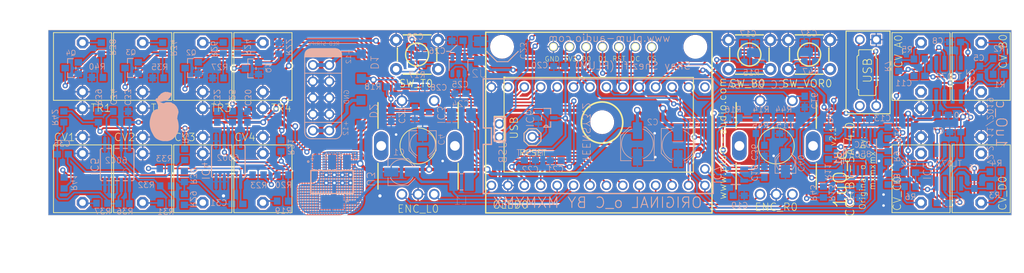
<source format=kicad_pcb>
(kicad_pcb (version 20240108) (generator "pcbnew") (generator_version "8.0")
  (layers (0 "F.Cu" signal) (31 "B.Cu" signal) (34 "B.Paste" user) (35 "F.Paste" user) (36 "B.SilkS" user "B.Silkscreen") (37 "F.SilkS" user "F.Silkscreen") (38 "B.Mask" user) (39 "F.Mask" user) (44 "Edge.Cuts" user))
  (net 0 "")
  (net 1 "GND")
  (net 2 "3V3_D")
  (net 3 "TR1")
  (net 4 "TR2")
  (net 5 "TR3")
  (net 6 "TR4")
  (net 7 "SW_B")
  (net 8 "SW_T")
  (net 9 "DC")
  (net 10 "RST")
  (net 11 "CS_OLED")
  (net 12 "CS_DAC")
  (net 13 "DOUT")
  (net 14 "SCK")
  (net 15 "SW_R")
  (net 16 "ENC_R1")
  (net 17 "ENC_R2")
  (net 18 "CV4")
  (net 19 "CV2")
  (net 20 "CV1")
  (net 21 "CV3")
  (net 22 "ENC_L2")
  (net 23 "ENC_L1")
  (net 24 "SW_L")
  (net 25 "N$1")
  (net 26 "N$2")
  (net 27 "VCC")
  (net 28 "VEE")
  (net 29 "CV_A")
  (net 30 "CV_B")
  (net 31 "CV_C")
  (net 32 "CV_D")
  (net 33 "VREF_2V5")
  (net 34 "3V3_A")
  (net 35 "N$3")
  (net 36 "N$7")
  (net 37 "N$9")
  (net 38 "OFFSET")
  (net 39 "V_BIAS")
  (net 40 "N$4")
  (net 41 "N$5")
  (net 42 "N$6")
  (net 43 "N$8")
  (net 44 "N$10")
  (net 45 "N$11")
  (net 46 "N$12")
  (net 47 "N$13")
  (net 48 "N$14")
  (net 49 "N$15")
  (net 50 "N$16")
  (net 51 "N$17")
  (net 52 "N$18")
  (net 53 "N$19")
  (net 54 "N$20")
  (net 55 "N$21")
  (net 56 "N$22")
  (net 57 "N$23")
  (net 58 "N$24")
  (net 59 "N$25")
  (net 60 "N$27")
  (net 61 "N$28")
  (net 62 "N$29")
  (net 63 "N$30")
  (net 64 "N$31")
  (net 65 "N$26")
  (net 66 "N$32")
  (net 67 "N$33")
  (net 68 "N$34")
  (net 69 "N$35")
  (net 70 "N$36")
  (net 71 "N$37")
  (net 72 "+5V")
  (net 73 "RESET_PAD")
  (net 74 "DIN")
  (net 75 "T_DAC")
  (net 76 "N$38")
  (net 77 "N$39")
  (net 78 "N$40")
  (net 79 "N$41")
  (net 80 "USB_D+")
  (net 81 "USB_D-")
  (net 82 "N$43")
  (net 83 "SW_VOR")
  (footprint "1uO_c_v_2.2:OG-PJ301_WQP_PJ_301M6_NO_HOLE" (layer "F.Cu") (at 97.9011 112.9536 180)
    (property "Reference" "CV3")
    (property "Value" "OG-PJ301_PJ301_THONKICONN" (hide yes))
  )
  (footprint "1uO_c_v_2.2:OG-PJ301_WQP_PJ_301M6_NO_HOLE" (layer "F.Cu") (at 97.9011 97.0536)
    (property "Reference" "TR3")
    (property "Value" "OG-PJ301_PJ301_THONKICONN" (hide yes))
  )
  (footprint "1uO_c_v_2.2:OG-PJ301_WQP_PJ_301M6_NO_HOLE" (layer "F.Cu") (at 209.0011 112.9536 180)
    (property "Reference" "CV_C0")
    (property "Value" "OG-PJ301_PJ301_THONKICONN" (hide yes))
  )
  (footprint "1uO_c_v_2.2:OG-PJ301_WQP_PJ_301M6_NO_HOLE" (layer "F.Cu") (at 88.6011 97.0536)
    (property "Reference" "TR2")
    (property "Value" "OG-PJ301_PJ301_THONKICONN" (hide yes))
  )
  (footprint "1uO_c_v_2.2:OG-PJ301_WQP_PJ_301M6_NO_HOLE" (layer "F.Cu") (at 88.6011 112.9536 180)
    (property "Reference" "CV2")
    (property "Value" "OG-PJ301_PJ301_THONKICONN" (hide yes))
  )
  (footprint "1uO_c_v_2.2:OG-PJ301_WQP_PJ_301M6_NO_HOLE" (layer "F.Cu") (at 209.0011 97.0536)
    (property "Reference" "CV_A0")
    (property "Value" "OG-PJ301_PJ301_THONKICONN" (hide yes))
  )
  (footprint "1uO_c_v_2.2:OG-PJ301_WQP_PJ_301M6_NO_HOLE" (layer "F.Cu") (at 79.3011 112.9536 180)
    (property "Reference" "CV1")
    (property "Value" "OG-PJ301_PJ301_THONKICONN" (hide yes))
  )
  (footprint "1uO_c_v_2.2:OG-PJ301_WQP_PJ_301M6_NO_HOLE" (layer "F.Cu") (at 218.3011 112.9536 180)
    (property "Reference" "CV_D0")
    (property "Value" "OG-PJ301_PJ301_THONKICONN" (hide yes))
  )
  (footprint "1uO_c_v_2.2:TACTILE-PTH" (layer "F.Cu") (at 182.4511 94.4536 180)
    (property "Reference" "SW_B0")
    (property "Value" "" (hide yes))
  )
  (footprint "1uO_c_v_2.2:OG-PJ301_WQP_PJ_301M6_NO_HOLE" (layer "F.Cu") (at 79.3011 97.0536)
    (property "Reference" "TR1")
    (property "Value" "OG-PJ301_PJ301_THONKICONN" (hide yes))
  )
  (footprint "1uO_c_v_2.2:1U_1.3OLED_2" (layer "F.Cu") (at 159.6811 104.9336)
    (property "Reference" "OLED0")
    (property "Value" "1U_1.3OLED1U_1.3OLED_2" (hide yes))
  )
  (footprint "1uO_c_v_2.2:OG-PJ301_WQP_PJ_301M6_NO_HOLE" (layer "F.Cu") (at 107.2011 97.0536)
    (property "Reference" "TR4")
    (property "Value" "OG-PJ301_PJ301_THONKICONN" (hide yes))
  )
  (footprint "1uO_c_v_2.2:TACTILE-PTH" (layer "F.Cu") (at 191.7011 94.4536 180)
    (property "Reference" "SW_VOR0")
    (property "Value" "" (hide yes))
  )
  (footprint "1uO_c_v_2.2:MICRO-USB-BOARD" (layer "F.Cu") (at 200.8011 97.2286 90)
    (property "Reference" "U$1" (hide yes))
    (property "Value" "USB_BOARD" (hide yes))
  )
  (footprint "1uO_c_v_2.2:TACTILE-PTH" (layer "F.Cu") (at 131.0511 94.4536 180)
    (property "Reference" "SW_T0")
    (property "Value" "" (hide yes))
  )
  (footprint "1uO_c_v_2.2:OG-PJ301_WQP_PJ_301M6_NO_HOLE" (layer "F.Cu") (at 107.2011 112.9536 180)
    (property "Reference" "CV4")
    (property "Value" "OG-PJ301_PJ301_THONKICONN" (hide yes))
  )
  (footprint "1uO_c_v_2.2:PEC11R-SLOTED" (layer "F.Cu") (at 131.2011 108.6036)
    (property "Reference" "ENC_L0")
    (property "Value" "PEC11RPEC11R-SLOTED")
  )
  (footprint "1uO_c_v_2.2:OG-PJ301_WQP_PJ_301M6_NO_HOLE" (layer "F.Cu") (at 218.3011 97.0536)
    (property "Reference" "CV_B0")
    (property "Value" "OG-PJ301_PJ301_THONKICONN" (hide yes))
  )
  (footprint "1uO_c_v_2.2:PEC11R-SLOTED" (layer "F.Cu") (at 186.6011 108.6036)
    (property "Reference" "ENC_R0")
    (property "Value" "PEC11RPEC11R-SLOTED")
  )
  (footprint "1uO_c_v_2.2:C0603_348" (layer "B.Cu") (at 200.1511 104.4436)
    (property "Reference" "C13")
    (property "Value" "100n")
  )
  (footprint "1uO_c_v_2.2:SOT-23_477" (layer "B.Cu") (at 86.8911 96.5336 -90)
    (property "Reference" "Q3")
    (property "Value" "MMBT3904LT1G")
  )
  (footprint "1uO_c_v_2.2:R0603_334" (layer "B.Cu") (at 184.3011 104.2836)
    (property "Reference" "R14")
    (property "Value" "75k")
  )
  (footprint "1uO_c_v_2.2:R0603_334" (layer "B.Cu") (at 220.5011 114.8536 180)
    (property "Reference" "R3")
    (property "Value" "220R")
  )
  (footprint "1uO_c_v_2.2:C0603_348" (layer "B.Cu") (at 207.3011 112.7536 180)
    (property "Reference" "C12")
    (property "Value" "22p")
  )
  (footprint "1uO_c_v_2.2:DIODE_SOD123" (layer "B.Cu") (at 122.4311 96.2636 -90)
    (property "Reference" "D1")
    (property "Value" "1N5819HW")
  )
  (footprint "1uO_c_v_2.2:C0603_348" (layer "B.Cu") (at 180.8011 116.3236 180)
    (property "Reference" "C19")
    (property "Value" "100n")
  )
  (footprint "1uO_c_v_2.2:TEENSY_3.2_USB_DAC_RESET" (layer "B.Cu") (at 159.0611 107.1036 -90)
    (property "Reference" "TEENSY3.2")
    (property "Value" "TEENSY_3.2_USB_DAC_RESET")
  )
  (footprint "1uO_c_v_2.2:R0603_334" (layer "B.Cu") (at 180.0311 104.2636)
    (property "Reference" "R16")
    (property "Value" "100k")
  )
  (footprint "1uO_c_v_2.2:C0603_348" (layer "B.Cu") (at 214.2511 92.5036 180)
    (property "Reference" "C8")
    (property "Value" "100n")
  )
  (footprint "1uO_c_v_2.2:DBZ_R-PDSO-G3" (layer "B.Cu") (at 131.8011 103.4536 90)
    (property "Reference" "IC3")
    (property "Value" "LM4040-5V")
  )
  (footprint "1uO_c_v_2.2:C0603_348" (layer "B.Cu") (at 86.3511 104.1036 90)
    (property "Reference" "C33")
    (property "Value" "100n")
  )
  (footprint "1uO_c_v_2.2:R0603_334" (layer "B.Cu") (at 110.2511 117.1536 180)
    (property "Reference" "R19")
    (property "Value" "100K")
  )
  (footprint "1uO_c_v_2.2:R0603_334" (layer "B.Cu") (at 203.9011 113.7536 90)
    (property "Reference" "R8")
    (property "Value" "100K")
  )
  (footprint "1uO_c_v_2.2:R0603_334" (layer "B.Cu") (at 196.5511 115.7536 90)
    (property "Reference" "R13")
    (property "Value" "10k")
  )
  (footprint "1uO_c_v_2.2:C0603_348" (layer "B.Cu") (at 191.0011 101.7536 90)
    (property "Reference" "C16")
    (property "Value" "470n")
  )
  (footprint "1uO_c_v_2.2:C0603_348" (layer "B.Cu") (at 212.3511 103.8036 180)
    (property "Reference" "C10")
    (property "Value" "100n")
  )
  (footprint "1uO_c_v_2.2:SOT-23_477" (layer "B.Cu") (at 105.5011 96.6036 -90)
    (property "Reference" "Q1")
    (property "Value" "MMBT3904LT1G")
  )
  (footprint "1uO_c_v_2.2:SOIC8" (layer "B.Cu") (at 84.6511 111.5036 180)
    (property "Reference" "IC5")
    (property "Value" "MCP6002SMT")
  )
  (footprint "1uO_c_v_2.2:R0603_334" (layer "B.Cu") (at 188.0011 104.2836)
    (property "Reference" "R44")
    (property "Value" "100R")
  )
  (footprint "1uO_c_v_2.2:R0603_334" (layer "B.Cu") (at 91.6911 93.4636 90)
    (property "Reference" "R34")
    (property "Value" "100K")
  )
  (footprint "1uO_c_v_2.2:C0603_348" (layer "B.Cu") (at 212.3511 117.4536 180)
    (property "Reference" "C9")
    (property "Value" "100n")
  )
  (footprint "1uO_c_v_2.2:R0603_334" (layer "B.Cu") (at 208.7511 95.1536)
    (property "Reference" "R5")
    (property "Value" "220R")
  )
  (footprint "1uO_c_v_2.2:PANASONIC_C_334" (layer "B.Cu") (at 171.4211 108.5136 -90)
    (property "Reference" "C3")
    (property "Value" "22uF")
  )
  (footprint "1uO_c_v_2.2:R0603_334" (layer "B.Cu") (at 100.2611 98.0836 180)
    (property "Reference" "R27")
    (property "Value" "33K")
  )
  (footprint "1uO_c_v_2.2:SOT23-5_262" (layer "B.Cu") (at 180.3311 113.0536 90)
    (property "Reference" "IC7")
    (property "Value" "LM321MF")
  )
  (footprint "1uO_c_v_2.2:R0603_334" (layer "B.Cu") (at 207.3011 114.9036)
    (property "Reference" "R6")
    (property "Value" "220R")
  )
  (footprint "1uO_c_v_2.2:SOP65P640X120-16N" (layer "B.Cu") (at 199.5611 109.4336 -90)
    (property "Reference" "U1")
    (property "Value" "DAC8565IAPW")
  )
  (footprint "1uO_c_v_2.2:POWER_10" (layer "B.Cu") (at 116.2011 101.1536 -90)
    (property "Reference" "J$1" (hide yes))
    (property "Value" "POWER_SIMPLE10" (hide yes))
  )
  (footprint "1uO_c_v_2.2:C0603_348" (layer "B.Cu") (at 184.7711 109.3536 -90)
    (property "Reference" "C36")
    (property "Value" "10uF")
  )
  (footprint "1uO_c_v_2.2:WE-LQ_M_448" (layer "B.Cu") (at 137.9211 114.1836)
    (property "Reference" "L1")
    (property "Value" "10uH")
  )
  (footprint "1uO_c_v_2.2:R0603_334" (layer "B.Cu") (at 131.0011 95.9536)
    (property "Reference" "R17")
    (property "Value" "510R")
  )
  (footprint "1uO_c_v_2.2:R0603_334" (layer "B.Cu") (at 102.5011 104.1036 -90)
    (property "Reference" "R25")
    (property "Value" "100R")
  )
  (footprint "1uO_c_v_2.2:C1206K_348" (layer "B.Cu") (at 137.9011 103.7536 180)
    (property "Reference" "C24")
    (property "Value" "10uF")
  )
  (footprint "1uO_c_v_2.2:C0603_348" (layer "B.Cu") (at 131.4011 99.5036)
    (property "Reference" "C28")
    (property "Value" "1uF")
  )
  (footprint "1uO_c_v_2.2:C0603_348" (layer "B.Cu") (at 182.5011 92.7536)
    (property "Reference" "C17")
    (property "Value" "100n")
  )
  (footprint "1uO_c_v_2.2:R0603_334" (layer "B.Cu") (at 101.0611 93.4336 90)
    (property "Reference" "R26")
    (property "Value" "100K")
  )
  (footprint "1uO_c_v_2.2:C0603_348" (layer "B.Cu") (at 218.1011 97.1036 90)
    (property "Reference" "C5")
    (property "Value" "22p")
  )
  (footprint "1uO_c_v_2.2:PANASONIC_A" (layer "B.Cu") (at 188.0311 111.2536 90)
    (property "Reference" "C40")
    (property "Value" "10uF")
  )
  (footprint "1uO_c_v_2.2:SOT95P230X110-3N" (layer "B.Cu") (at 151.0011 104.2536)
    (property "Reference" "IC6")
    (property "Value" "MIC803-46D2VM3TR")
  )
  (footprint "1uO_c_v_2.2:R0603_334" (layer "B.Cu") (at 191.8011 95.5536 180)
    (property "Reference" "R47")
    (property "Value" "510R")
  )
  (footprint "1uO_c_v_2.2:R0603_334" (layer "B.Cu") (at 92.2011 117.4536 180)
    (property "Reference" "R31")
    (property "Value" "100K")
  )
  (footprint "1uO_c_v_2.2:R0603_334" (layer "B.Cu") (at 194.7011 109.8036 -90)
    (property "Reference" "R11")
    (property "Value" "24K")
  )
  (footprint "1uO_c_v_2.2:R0603_334" (layer "B.Cu") (at 203.9011 106.6036 90)
    (property "Reference" "R10")
    (property "Value" "24K")
  )
  (footprint "1uO_c_v_2.2:R0603_334" (layer "B.Cu") (at 106.4511 113.1036 180)
    (property "Reference" "R23")
    (property "Value" "100R")
  )
  (footprint "1uO_c_v_2.2:C0603_348" (layer "B.Cu") (at 76.2511 109.9036 180)
    (property "Reference" "C35")
    (property "Value" "330p-560p")
  )
  (footprint "1uO_c_v_2.2:R0603_334" (layer "B.Cu") (at 85.7011 117.5536 180)
    (property "Reference" "R36")
    (property "Value" "33K")
  )
  (footprint "1uO_c_v_2.2:C0603_348" (layer "B.Cu") (at 148.5011 110.8436 180)
    (property "Reference" "C22")
    (property "Value" "470n")
  )
  (footprint "1uO_c_v_2.2:R0603_334" (layer "B.Cu") (at 182.5011 95.6536)
    (property "Reference" "R15")
    (property "Value" "510R")
  )
  (footprint "1uO_c_v_2.2:SOT-23_477" (layer "B.Cu") (at 77.6311 96.5536 -90)
    (property "Reference" "Q4")
    (property "Value" "MMBT3904LT1G")
  )
  (footprint "1uO_c_v_2.2:C0603_348" (layer "B.Cu") (at 137.7511 100.5036 180)
    (property "Reference" "C25")
    (property "Value" "100n")
  )
  (footprint "1uO_c_v_2.2:R0603_334" (layer "B.Cu") (at 76.4511 114.3536 -90)
    (property "Reference" "R41")
    (property "Value" "100R")
  )
  (footprint "1uO_c_v_2.2:C0603_348" (layer "B.Cu") (at 103.2511 117.6036 180)
    (property "Reference" "C31")
    (property "Value" "330p-560p")
  )
  (footprint "1uO_c_v_2.2:C0603_348" (layer "B.Cu") (at 208.7511 97.7536 180)
    (property "Reference" "C11")
    (property "Value" "22p")
  )
  (footprint "1uO_c_v_2.2:R0603_334" (layer "B.Cu") (at 95.0511 116.9036 -90)
    (property "Reference" "R29")
    (property "Value" "100K")
  )
  (footprint "1uO_c_v_2.2:R0603_334" (layer "B.Cu") (at 95.1011 109.9536 90)
    (property "Reference" "R28")
    (property "Value" "75K")
  )
  (footprint "1uO_c_v_2.2:SO08_262" (layer "B.Cu") (at 213.2511 98.3536 180)
    (property "Reference" "IC2")
    (property "Value" "OPA2172IDR")
  )
  (footprint "1uO_c_v_2.2:R0603_334" (layer "B.Cu") (at 76.4011 104.1036 90)
    (property "Reference" "R42")
    (property "Value" "75K")
  )
  (footprint "1uO_c_v_2.2:R0603_334" (layer "B.Cu") (at 103.2911 93.4336 90)
    (property "Reference" "R24")
    (property "Value" "100K")
  )
  (footprint "1uO_c_v_2.2:C0603_348" (layer "B.Cu") (at 100.1511 104.1036 -90)
    (property "Reference" "C32")
    (property "Value" "330p-560p")
  )
  (footprint "1uO_c_v_2.2:R0603_334" (layer "B.Cu") (at 221.0011 95.1036 180)
    (property "Reference" "R2")
    (property "Value" "100K")
  )
  (footprint "1uO_c_v_2.2:C0603_348" (layer "B.Cu") (at 214.3011 106.4536 180)
    (property "Reference" "C7")
    (property "Value" "100n")
  )
  (footprint "1uO_c_v_2.2:SO08_262" (layer "B.Cu") (at 213.3011 111.8536 180)
    (property "Reference" "IC1")
    (property "Value" "OPA2172IDR")
  )
  (footprint "1uO_c_v_2.2:DIODE_SOD123" (layer "B.Cu") (at 122.3711 103.4536 90)
    (property "Reference" "D2")
    (property "Value" "1N5819HW")
  )
  (footprint "1uO_c_v_2.2:R0603_334" (layer "B.Cu") (at 95.0511 113.3536 -90)
    (property "Reference" "R30")
    (property "Value" "33K")
  )
  (footprint "1uO_c_v_2.2:R0603_334" (layer "B.Cu") (at 127.2011 99.4536 180)
    (property "Reference" "R18")
    (property "Value" "2K")
  )
  (footprint "1uO_c_v_2.2:C0603_348" (layer "B.Cu") (at 104.8011 104.1036 -90)
    (property "Reference" "C30")
    (property "Value" "100n")
  )
  (footprint "1uO_c_v_2.2:PANASONIC_B_334" (layer "B.Cu") (at 131.9111 108.3536 -90)
    (property "Reference" "C4")
    (property "Value" "10uF")
  )
  (footprint "1uO_c_v_2.2:R0603_334" (layer "B.Cu") (at 205.5511 96.1536 -90)
    (property "Reference" "R7")
    (property "Value" "100K")
  )
  (footprint "1uO_c_v_2.2:SOT95P280X100-5N" (layer "B.Cu") (at 137.4511 96.1536 90)
    (property "Reference" "U2")
    (property "Value" "ADP150AUJZ-3.3-R7")
  )
  (footprint "1uO_c_v_2.2:R0603_334" (layer "B.Cu") (at 203.9011 110.2536 90)
    (property "Reference" "R9")
    (property "Value" "24K")
  )
  (footprint "1uO_c_v_2.2:PANASONIC_C_334" (layer "B.Cu") (at 165.1311 108.2936 90)
    (property "Reference" "C2")
    (property "Value" "22uF")
  )
  (footprint "1uO_c_v_2.2:R0603_334" (layer "B.Cu") (at 82.3011 117.5036 180)
    (property "Reference" "R37")
    (property "Value" "100K")
  )
  (footprint "1uO_c_v_2.2:R0603_334" (layer "B.Cu") (at 109.6711 93.4736 90)
    (property "Reference" "R22")
    (property "Value" "33K")
  )
  (footprint "1uO_c_v_2.2:R0603_334" (layer "B.Cu") (at 92.1011 112.1536)
    (property "Reference" "R33")
    (property "Value" "100R")
  )
  (footprint "1uO_c_v_2.2:PANASONIC_B_334" (layer "B.Cu") (at 128.6511 112.6636)
    (property "Reference" "C1")
    (property "Value" "10uF")
  )
  (footprint "1uO_c_v_2.2:SOT-23_477" (layer "B.Cu") (at 96.1811 96.5436 -90)
    (property "Reference" "Q2")
    (property "Value" "MMBT3904LT1G")
  )
  (footprint "1uO_c_v_2.2:C0603_348" (layer "B.Cu") (at 184.7711 112.6536 -90)
    (property "Reference" "C18")
    (property "Value" "100n")
  )
  (footprint "1uO_c_v_2.2:C0603_348" (layer "B.Cu") (at 153.04409 96.278063 180)
    (property "Reference" "C20")
    (property "Value" "100n")
  )
  (footprint "1uO_c_v_2.2:C0603_348" (layer "B.Cu") (at 131.0011 93.3536)
    (property "Reference" "C29")
    (property "Value" "100n")
  )
  (footprint "1uO_c_v_2.2:R0603_334" (layer "B.Cu") (at 221.0011 97.5036)
    (property "Reference" "R1")
    (property "Value" "220R")
  )
  (footprint "1uO_c_v_2.2:C0603_348" (layer "B.Cu") (at 84.0511 104.1036 90)
    (property "Reference" "C34")
    (property "Value" "330p-560p")
  )
  (footprint "1uO_c_v_2.2:SOIC8" (layer "B.Cu") (at 101.8511 111.0036 180)
    (property "Reference" "IC4")
    (property "Value" "MCP6002SMT")
  )
  (footprint "1uO_c_v_2.2:R0603_334" (layer "B.Cu") (at 81.6011 98.0036 180)
    (property "Reference" "R40")
    (property "Value" "33K")
  )
  (footprint "1uO_c_v_2.2:SOT223" (layer "B.Cu") (at 117.8911 114.2136 -90)
    (property "Reference" "U3")
    (property "Value" "LD1117S50TR")
  )
  (footprint "1uO_c_v_2.2:R0603_334" (layer "B.Cu") (at 184.3011 106.6836)
    (property "Reference" "R45")
    (property "Value" "100R")
  )
  (footprint "1uO_c_v_2.2:R0603_334" (layer "B.Cu") (at 110.0011 108.6036 90)
    (property "Reference" "R21")
    (property "Value" "75K")
  )
  (footprint "1uO_c_v_2.2:R0603_334" (layer "B.Cu") (at 81.7511 104.1036 -90)
    (property "Reference" "R39")
    (property "Value" "75K")
  )
  (footprint "1uO_c_v_2.2:R0603_334" (layer "B.Cu") (at 110.3011 113.1036)
    (property "Reference" "R20")
    (property "Value" "33K")
  )
  (footprint "1uO_c_v_2.2:C0603_348" (layer "B.Cu") (at 199.4811 115.7536 -90)
    (property "Reference" "C14")
    (property "Value" "100n")
  )
  (footprint "1uO_c_v_2.2:C0603_348" (layer "B.Cu") (at 187.9811 106.6836 180)
    (property "Reference" "C15")
    (property "Value" "100n")
  )
  (footprint "1uO_c_v_2.2:C0603_348" (layer "B.Cu") (at 217.2511 114.3536 90)
    (property "Reference" "C6")
    (property "Value" "22p")
  )
  (footprint "1uO_c_v_2.2:R0603_334" (layer "B.Cu") (at 90.9811 98.0636 180)
    (property "Reference" "R35")
    (property "Value" "33K")
  )
  (footprint "1uO_c_v_2.2:R0603_334" (layer "B.Cu") (at 194.7011 106.6036 -90)
    (property "Reference" "R12")
    (property "Value" "24K")
  )
  (footprint "1uO_c_v_2.2:C1206K_348" (layer "B.Cu") (at 140.8511 93.9036 90)
    (property "Reference" "C23")
    (property "Value" "10uF")
  )
  (footprint "1uO_c_v_2.2:C0603_348" (layer "B.Cu") (at 152.4811 110.8636)
    (property "Reference" "C21")
    (property "Value" "470n")
  )
  (footprint "1uO_c_v_2.2:C0603_348" (layer "B.Cu") (at 137.3011 92.3036 180)
    (property "Reference" "C26")
    (property "Value" "100n")
  )
  (footprint "1uO_c_v_2.2:R0603_334" (layer "B.Cu") (at 82.2111 93.4636 90)
    (property "Reference" "R38")
    (property "Value" "100K")
  )
  (footprint "1uO_c_v_2.2:R0603_334" (layer "B.Cu") (at 193.9011 115.7536 -90)
    (property "Reference" "R43")
    (property "Value" "10k")
  )
  (footprint "1uO_c_v_2.2:C0603_348" (layer "B.Cu") (at 127.0511 103.9536 -90)
    (property "Reference" "C27")
    (property "Value" "1uF")
  )
  (footprint "1uO_c_v_2.2:C0603_348" (layer "B.Cu") (at 191.8011 92.6536 180)
    (property "Reference" "C37")
    (property "Value" "100n")
  )
  (footprint "1uO_c_v_2.2:R0603_334" (layer "B.Cu") (at 92.1511 114.8036 180)
    (property "Reference" "R32")
    (property "Value" "33K")
  )
  (footprint "1uO_c_v_2.2:R0603_334" (layer "B.Cu") (at 220.5011 112.6036 180)
    (property "Reference" "R4")
    (property "Value" "100K")
  )
  (gr_line (start 137.1011 93.0536) (end 137.2011 93.0536) (stroke (width 0.1524)) (layer "B.SilkS"))
  (gr_line (start 148.3011 105.9536) (end 149.5011 105.9536) (stroke (width 0.127)) (layer "B.SilkS"))
  (gr_line (start 147.6011 107.8536) (end 147.6011 106.6536) (stroke (width 0.127)) (layer "B.SilkS"))
  (gr_line (start 141.7011 93.8536) (end 143.4011 95.5536) (stroke (width 0.1524)) (layer "B.SilkS"))
  (gr_line (start 136.2011 93.9536) (end 137.1011 93.0536) (stroke (width 0.1524)) (layer "B.SilkS"))
  (gr_line (start 149.5011 105.9536) (end 150.2011 106.6536) (stroke (width 0.127)) (layer "B.SilkS"))
  (gr_line (start 150.2011 106.6536) (end 150.2011 107.8536) (stroke (width 0.127)) (layer "B.SilkS"))
  (gr_line (start 135.6011 93.9536) (end 136.2011 93.9536) (stroke (width 0.1524)) (layer "B.SilkS"))
  (gr_line (start 144.7011 104.1536) (end 144.7011 107.8536) (stroke (width 0.254)) (layer "B.SilkS"))
  (gr_line (start 147.6011 106.6536) (end 148.3011 105.9536) (stroke (width 0.127)) (layer "B.SilkS"))
  (gr_line (start 144.7011 107.8536) (end 143.0011 107.8536) (stroke (width 0.254)) (layer "B.SilkS"))
  (gr_line (start 150.2011 107.8536) (end 149.5011 108.5536) (stroke (width 0.127)) (layer "B.SilkS"))
  (gr_line (start 143.4011 95.5536) (end 145.1011 95.5536) (stroke (width 0.1524)) (layer "B.SilkS"))
  (gr_arc (start 197.0211 108.9736) (mid 197.4761 109.4286) (end 197.0211 109.8836) (stroke (width 0.15)) (layer "B.SilkS"))
  (gr_line (start 143.0011 104.1536) (end 144.7011 104.1536) (stroke (width 0.254)) (layer "B.SilkS"))
  (gr_line (start 149.5011 108.5536) (end 148.3011 108.5536) (stroke (width 0.127)) (layer "B.SilkS"))
  (gr_line (start 145.1011 95.5536) (end 146.7011 93.9536) (stroke (width 0.1524)) (layer "B.SilkS"))
  (gr_line (start 148.3011 108.5536) (end 147.6011 107.8536) (stroke (width 0.127)) (layer "B.SilkS"))
  (gr_line (start 143.0011 107.8536) (end 143.0011 104.1536) (stroke (width 0.254)) (layer "B.SilkS"))
  (gr_line (start 148.3011 105.9536) (end 147.6011 106.6536) (stroke (width 0.15)) (layer "F.SilkS"))
  (gr_line (start 144.6011 107.8536) (end 144.7011 107.7536) (stroke (width 0.2032)) (layer "F.SilkS"))
  (gr_line (start 144.7011 107.7536) (end 144.7011 104.0536) (stroke (width 0.2032)) (layer "F.SilkS"))
  (gr_line (start 147.6011 107.8536) (end 148.3011 108.5536) (stroke (width 0.15)) (layer "F.SilkS"))
  (gr_line (start 144.7011 104.0536) (end 143.0011 104.0536) (stroke (width 0.2032)) (layer "F.SilkS"))
  (gr_line (start 149.5011 108.5536) (end 150.2011 107.8536) (stroke (width 0.15)) (layer "F.SilkS"))
  (gr_line (start 149.5011 105.9536) (end 148.3011 105.9536) (stroke (width 0.15)) (layer "F.SilkS"))
  (gr_line (start 143.0011 104.0536) (end 143.0011 107.8536) (stroke (width 0.2032)) (layer "F.SilkS"))
  (gr_line (start 148.3011 108.5536) (end 149.5011 108.5536) (stroke (width 0.15)) (layer "F.SilkS"))
  (gr_line (start 143.0011 107.8536) (end 144.6011 107.8536) (stroke (width 0.2032)) (layer "F.SilkS"))
  (gr_line (start 150.2011 107.8536) (end 150.2011 106.6536) (stroke (width 0.15)) (layer "F.SilkS"))
  (gr_line (start 150.2011 106.6536) (end 149.5011 105.9536) (stroke (width 0.15)) (layer "F.SilkS"))
  (gr_line (start 147.6011 106.6536) (end 147.6011 107.8536) (stroke (width 0.15)) (layer "F.SilkS"))
  (gr_line (start 223.0011 90.6536) (end 74.0011 90.6536) (stroke (width 0.05)) (layer "Edge.Cuts"))
  (gr_line (start 223.0011 119.3536) (end 223.0011 90.6536) (stroke (width 0.05)) (layer "Edge.Cuts"))
  (gr_line (start 74.0011 90.6536) (end 74.0011 119.3536) (stroke (width 0.05)) (layer "Edge.Cuts"))
  (gr_line (start 74.0011 119.3536) (end 223.0011 119.3536) (stroke (width 0.05)) (layer "Edge.Cuts"))
  (gr_text "CC BY-SA" (at 188.1011 99.8036 0) (layer "B.SilkS") (effects (font (size 1.1684 1.1684) (thickness 0.1016)) (justify left bottom mirror)))
  (gr_text "TL072" (at 213.3011 111.3536 0) (layer "B.SilkS") (effects (font (size 0.92 0.92) (thickness 0.08)) (justify mirror)))
  (gr_text "USB" (at 145.0011 107.7536 90) (layer "B.SilkS") (effects (font (size 1.1684 1.1684) (thickness 0.1016)) (justify left bottom mirror)))
  (gr_text "6002" (at 84.5011 110.8536 0) (layer "B.SilkS") (effects (font (size 0.92 0.92) (thickness 0.08)) (justify mirror)))
  (gr_text "6002" (at 101.8011 110.4536 0) (layer "B.SilkS") (effects (font (size 0.92 0.92) (thickness 0.08)) (justify mirror)))
  (gr_text "Shay Shezifi (PLUM)" (at 164.3911 96.1836 0) (layer "B.SilkS") (effects (font (size 1.1684 1.1684) (thickness 0.1016)) (justify mirror)))
  (gr_text "1uO_c" (at 220.467998 108.963034 270) (layer "B.SilkS") (effects (font (size 1.63576 1.63576) (thickness 0.14224)) (justify left bottom mirror)))
  (gr_text "v2.2, 11/2019" (at 219.122185 111.525952 270) (layer "B.SilkS") (effects (font (size 0.93472 0.93472) (thickness 0.08128)) (justify left bottom mirror)))
  (gr_text "ORIGINAL o_C BY MXMXMX" (at 158.9611 117.4036 0) (layer "B.SilkS") (effects (font (size 1.63576 1.63576) (thickness 0.14224)) (justify mirror)))
  (gr_text "RESET" (at 150.686492 110.232515 0) (layer "B.SilkS") (effects (font (size 0.93472 0.93472) (thickness 0.08128)) (justify left bottom mirror)))
  (gr_text "DAC \n8565" (at 199.6011 109.1536 0) (layer "B.SilkS") (effects (font (size 0.92 0.92) (thickness 0.08)) (justify mirror)))
  (gr_text "TL072" (at 213.3011 97.8536 0) (layer "B.SilkS") (effects (font (size 0.92 0.92) (thickness 0.08)) (justify mirror)))
  (gr_text "www.plum-audio.com" (at 170.289174 92.577244 0) (layer "B.SilkS") (effects (font (size 1.1684 1.1684) (thickness 0.1016)) (justify left bottom mirror)))
  (gr_text "Original o_C by: \nmxmxmx" (at 200.7011 112.4536 90) (layer "F.SilkS") (effects (font (size 0.93472 0.93472) (thickness 0.08128))))
  (gr_text "CC-BY-SA 4.0" (at 198.0011 112.2536 90) (layer "F.SilkS") (effects (font (size 1.308608 1.308608) (thickness 0.113792))))
  (gr_text "RESET" (at 146.815708 110.232515 0) (layer "F.SilkS") (effects (font (size 0.93472 0.93472) (thickness 0.08128)) (justify left bottom)))
  (gr_text "v2.1" (at 195.9011 108.6536 90) (layer "F.SilkS") (effects (font (size 0.93472 0.93472) (thickness 0.08128)) (justify left bottom)))
  (gr_text "USB" (at 146.724744 107.62992 90) (layer "F.SilkS") (effects (font (size 1.1684 1.1684) (thickness 0.1016)) (justify left bottom)))
  (gr_text "www.plum-audio.com" (at 178.2711 107.4636 90) (layer "F.SilkS") (effects (font (size 1.1684 1.1684) (thickness 0.1016))))
  (gr_text "1uO_c\n" (at 196.5011 113.7536 90) (layer "F.SilkS") (effects (font (size 2.009648 2.009648) (thickness 0.174752))))
  (gr_text "USB" (at 201.5011 98.9536 90) (layer "F.SilkS") (effects (font (size 1.308608 1.308608) (thickness 0.113792)) (justify left bottom)))
  (via (at 198.0011 115.8536) (size 0.8064) (drill 0.4) (layers "F.Cu" "B.Cu") (net 1))
  (via (at 199.1011 109.6536) (size 0.8064) (drill 0.4) (layers "F.Cu" "B.Cu") (net 1))
  (via (at 125.3011 116.3536) (size 0.9064) (drill 0.5) (layers "F.Cu" "B.Cu") (net 1))
  (via (at 203.2011 117.8536) (size 0.8064) (drill 0.4) (layers "F.Cu" "B.Cu") (net 1))
  (via (at 127.8011 106.8536) (size 0.8064) (drill 0.4) (layers "F.Cu" "B.Cu") (net 1))
  (via (at 101.1011 116.3536) (size 0.9064) (drill 0.5) (layers "F.Cu" "B.Cu") (net 1))
  (via (at 167.8011 106.6536) (size 0.8064) (drill 0.4) (layers "F.Cu" "B.Cu") (net 1))
  (via (at 202.5011 110.9536) (size 0.8064) (drill 0.4) (layers "F.Cu" "B.Cu") (net 1))
  (via (at 203.2011 116.1536) (size 0.8064) (drill 0.4) (layers "F.Cu" "B.Cu") (net 1))
  (via (at 135.0011 110.9536) (size 0.8064) (drill 0.4) (layers "F.Cu" "B.Cu") (net 1))
  (via (at 167.9011 110.3536) (size 0.8064) (drill 0.4) (layers "F.Cu" "B.Cu") (net 1))
  (via (at 186.2011 110.1536) (size 0.8064) (drill 0.4) (layers "F.Cu" "B.Cu") (net 1))
  (segment (start 114.9311 101.1536) (end 114.9311 103.6936) (width 0.6096) (layer "B.Cu") (net 1))
  (segment (start 114.9311 101.1536) (end 114.9311 98.6136) (width 0.6096) (layer "B.Cu") (net 1))
  (segment (start 114.9311 103.6936) (end 117.4711 103.6936) (width 0.6096) (layer "B.Cu") (net 1))
  (segment (start 117.4711 101.1536) (end 117.4711 103.6936) (width 0.6096) (layer "B.Cu") (net 1))
  (segment (start 117.4711 98.6136) (end 117.4711 101.1536) (width 0.6096) (layer "B.Cu") (net 1))
  (segment (start 117.4711 101.1536) (end 114.9311 101.1536) (width 0.6096) (layer "B.Cu") (net 1))
  (segment (start 114.9311 98.6136) (end 117.4711 98.6136) (width 0.6096) (layer "B.Cu") (net 1))
  (segment (start 188.869956 112.4768) (end 191.3011 114.907944) (width 0.3048) (layer "F.Cu") (net 2))
  (segment (start 191.3011 114.907944) (end 191.3011 116.7536) (width 0.3048) (layer "F.Cu") (net 2))
  (segment (start 158.0103 108.3536) (end 153.9761 104.3194) (width 0.3048) (layer "F.Cu") (net 2))
  (segment (start 147.6311 113.7836) (end 145.7011 111.8536) (width 0.3048) (layer "F.Cu") (net 2))
  (segment (start 147.6311 114.7236) (end 147.6311 113.7836) (width 0.3048) (layer "F.Cu") (net 2))
  (segment (start 187.7011 112.4768) (end 179.2011 112.4768) (width 0.3048) (layer "F.Cu") (net 2))
  (segment (start 175.0779 108.3536) (end 158.0103 108.3536) (width 0.3048) (layer "F.Cu") (net 2))
  (segment (start 179.2011 112.4768) (end 175.0779 108.3536) (width 0.3048) (layer "F.Cu") (net 2))
  (segment (start 187.7011 112.4768) (end 188.869956 112.4768) (width 0.3048) (layer "F.Cu") (net 2))
  (segment (start 188.0243 112.4768) (end 187.7011 112.4768) (width 0.254) (layer "F.Cu") (net 2))
  (via (at 145.7011 111.8536) (size 0.8064) (drill 0.4) (layers "F.Cu" "B.Cu") (net 2))
  (via (at 153.9761 104.3194) (size 0.8064) (drill 0.4) (layers "F.Cu" "B.Cu") (net 2))
  (via (at 191.3011 116.7536) (size 0.8064) (drill 0.4) (layers "F.Cu" "B.Cu") (net 2))
  (segment (start 154.0011 93.8636) (end 154.0011 96.385072) (width 0.254) (layer "B.Cu") (net 2))
  (segment (start 153.89409 96.278063) (end 154.0011 96.385072) (width 0.3048) (layer "B.Cu") (net 2))
  (segment (start 199.8913 113.6536) (end 199.8913 112.3546) (width 0.254) (layer "B.Cu") (net 2))
  (segment (start 154.0011 107.0536) (end 154.0011 104.2944) (width 0.3048) (layer "B.Cu") (net 2))
  (segment (start 148.4761 109.0286) (end 147.6511 109.8536) (width 0.3048) (layer "B.Cu") (net 2))
  (segment (start 199.1511 114.9036) (end 199.4811 114.9036) (width 0.254) (layer "B.Cu") (net 2))
  (segment (start 146.7111 110.8436) (end 147.6511 110.8436) (width 0.3048) (layer "B.Cu") (net 2))
  (segment (start 152.2357 104.2944) (end 154.0011 104.2944) (width 0.254) (layer "B.Cu") (net 2))
  (segment (start 147.6511 110.8436) (end 147.6511 109.8536) (width 0.3048) (layer "B.Cu") (net 2))
  (segment (start 154.6211 93.2436) (end 154.0011 93.8636) (width 0.254) (layer "B.Cu") (net 2))
  (segment (start 196.5511 114.9036) (end 199.1511 114.9036) (width 0.3048) (layer "B.Cu") (net 2))
  (segment (start 148.4761 109.0286) (end 152.0261 109.0286) (width 0.3048) (layer "B.Cu") (net 2))
  (segment (start 154.0011 96.385072) (end 154.0011 104.2944) (width 0.3048) (layer "B.Cu") (net 2))
  (segment (start 199.4811 114.9036) (end 199.4811 114.0638) (width 0.254) (layer "B.Cu") (net 2))
  (segment (start 196.5511 114.9036) (end 194.8511 116.6036) (width 0.254) (layer "B.Cu") (net 2))
  (segment (start 145.7011 111.8536) (end 146.7111 110.8436) (width 0.3048) (layer "B.Cu") (net 2))
  (segment (start 199.4811 114.0638) (end 199.8913 113.6536) (width 0.254) (layer "B.Cu") (net 2))
  (segment (start 191.3011 116.7536) (end 191.4511 116.6036) (width 0.3048) (layer "B.Cu") (net 2))
  (segment (start 191.4511 116.6036) (end 193.9011 116.6036) (width 0.3048) (layer "B.Cu") (net 2))
  (segment (start 154.0011 104.2944) (end 153.9761 104.3194) (width 0.3048) (layer "B.Cu") (net 2))
  (segment (start 152.1949 104.2536) (end 152.2357 104.2944) (width 0.254) (layer "B.Cu") (net 2))
  (segment (start 152.0261 109.0286) (end 154.0011 107.0536) (width 0.3048) (layer "B.Cu") (net 2))
  (segment (start 194.8511 116.6036) (end 193.9011 116.6036) (width 0.254) (layer "B.Cu") (net 2))
  (segment (start 110.3011 91.5536) (end 107.7511 94.1036) (width 0.254) (layer "F.Cu") (net 3))
  (segment (start 141.843312 97.022) (end 139.817112 94.9958) (width 0.254) (layer "F.Cu") (net 3))
  (segment (start 142.6295 97.022) (end 145.0311 99.4236) (width 0.254) (layer "F.Cu") (net 3))
  (segment (start 76.6211 99.2836) (end 81.8011 94.1036) (width 0.254) (layer "F.Cu") (net 3))
  (segment (start 145.0311 99.4236) (end 145.0911 99.4836) (width 0.254) (layer "F.Cu") (net 3))
  (segment (start 122.106375 91.5536) (end 110.3011 91.5536) (width 0.254) (layer "F.Cu") (net 3))
  (segment (start 142.6295 97.022) (end 141.843312 97.022) (width 0.254) (layer "F.Cu") (net 3))
  (segment (start 139.817112 94.9958) (end 130.42995 94.9958) (width 0.254) (layer "F.Cu") (net 3))
  (segment (start 130.42995 94.9958) (end 130.103831 94.669682) (width 0.254) (layer "F.Cu") (net 3))
  (segment (start 125.222456 94.669682) (end 122.106375 91.5536) (width 0.254) (layer "F.Cu") (net 3))
  (segment (start 81.8011 94.1036) (end 107.7511 94.1036) (width 0.254) (layer "F.Cu") (net 3))
  (segment (start 130.103831 94.669682) (end 125.222456 94.669682) (width 0.254) (layer "F.Cu") (net 3))
  (via (at 76.6211 99.2836) (size 0.8064) (drill 0.4) (layers "F.Cu" "B.Cu") (net 3))
  (segment (start 76.6211 99.2836) (end 76.6151 99.2776) (width 0.254) (layer "B.Cu") (net 3))
  (segment (start 76.6151 96.5536) (end 76.6151 99.2776) (width 0.254) (layer "B.Cu") (net 3))
  (segment (start 146.3811 100.8536) (end 137.02995 100.8536) (width 0.254) (layer "F.Cu") (net 4))
  (segment (start 110.511525 92.0616) (end 107.961525 94.6116) (width 0.254) (layer "F.Cu") (net 4))
  (segment (start 90.7331 94.6116) (end 107.961525 94.6116) (width 0.254) (layer "F.Cu") (net 4))
  (segment (start 134.92195 98.7456) (end 133.461325 98.7456) (width 0.254) (layer "F.Cu") (net 4))
  (segment (start 125.012031 95.177682) (end 121.89595 92.0616) (width 0.254) (layer "F.Cu") (net 4))
  (segment (start 121.89595 92.0616) (end 110.511525 92.0616) (width 0.254) (layer "F.Cu") (net 4))
  (segment (start 137.02995 100.8536) (end 134.92195 98.7456) (width 0.254) (layer "F.Cu") (net 4))
  (segment (start 129.893406 95.177682) (end 125.012031 95.177682) (width 0.254) (layer "F.Cu") (net 4))
  (segment (start 147.6311 99.6036) (end 146.3811 100.8536) (width 0.254) (layer "F.Cu") (net 4))
  (segment (start 147.6311 99.4836) (end 147.6311 99.6036) (width 0.254) (layer "F.Cu") (net 4))
  (segment (start 85.8711 99.4736) (end 90.7331 94.6116) (width 0.254) (layer "F.Cu") (net 4))
  (segment (start 133.461325 98.7456) (end 129.893406 95.177682) (width 0.254) (layer "F.Cu") (net 4))
  (via (at 85.8711 99.4736) (size 0.8064) (drill 0.4) (layers "F.Cu" "B.Cu") (net 4))
  (segment (start 85.8751 99.4696) (end 85.8711 99.4736) (width 0.254) (layer "B.Cu") (net 4))
  (segment (start 85.8751 96.5336) (end 85.8751 99.4696) (width 0.254) (layer "B.Cu") (net 4))
  (segment (start 136.819525 101.3616) (end 148.2931 101.3616) (width 0.254) (layer "F.Cu") (net 5))
  (segment (start 95.1411 99.7836) (end 99.8051 95.1196) (width 0.254) (layer "F.Cu") (net 5))
  (segment (start 128.369525 99.2536) (end 121.685525 92.5696) (width 0.254) (layer "F.Cu") (net 5))
  (segment (start 136.819525 101.3616) (end 134.711525 99.2536) (width 0.254) (layer "F.Cu") (net 5))
  (segment (start 99.8051 95.1196) (end 108.17195 95.1196) (width 0.254) (layer "F.Cu") (net 5))
  (segment (start 150.1111 99.5436) (end 150.1711 99.4836) (width 0.254) (layer "F.Cu") (net 5))
  (segment (start 148.2931 101.3616) (end 150.1111 99.5436) (width 0.254) (layer "F.Cu") (net 5))
  (segment (start 134.711525 99.2536) (end 128.369525 99.2536) (width 0.254) (layer "F.Cu") (net 5))
  (segment (start 121.685525 92.5696) (end 110.72195 92.5696) (width 0.254) (layer "F.Cu") (net 5))
  (segment (start 110.72195 92.5696) (end 108.17195 95.1196) (width 0.254) (layer "F.Cu") (net 5))
  (via (at 95.1411 99.7836) (size 0.8064) (drill 0.4) (layers "F.Cu" "B.Cu") (net 5))
  (segment (start 95.1651 96.5436) (end 95.1411 96.5676) (width 0.254) (layer "B.Cu") (net 5))
  (segment (start 95.1411 96.5676) (end 95.1411 99.7836) (width 0.254) (layer "B.Cu") (net 5))
  (segment (start 103.7271 95.6276) (end 108.382375 95.6276) (width 0.254) (layer "F.Cu") (net 6))
  (segment (start 136.6091 101.8696) (end 134.5011 99.7616) (width 0.254) (layer "F.Cu") (net 6))
  (segment (start 110.932375 93.0776) (end 108.382375 95.6276) (width 0.254) (layer "F.Cu") (net 6))
  (segment (start 110.932375 93.0776) (end 121.4751 93.0776) (width 0.254) (layer "F.Cu") (net 6))
  (segment (start 134.5011 99.7616) (end 128.1591 99.7616) (width 0.254) (layer "F.Cu") (net 6))
  (segment (start 136.6091 101.8696) (end 150.3251 101.8696) (width 0.254) (layer "F.Cu") (net 6))
  (segment (start 128.1591 99.7616) (end 121.4751 93.0776) (width 0.254) (layer "F.Cu") (net 6))
  (segment (start 150.3251 101.8696) (end 152.6511 99.5436) (width 0.254) (layer "F.Cu") (net 6))
  (segment (start 152.6511 99.5436) (end 152.7111 99.4836) (width 0.254) (layer "F.Cu") (net 6))
  (segment (start 102.7511 96.6036) (end 103.7271 95.6276) (width 0.254) (layer "F.Cu") (net 6))
  (via (at 102.7511 96.6036) (size 0.8064) (drill 0.4) (layers "F.Cu" "B.Cu") (net 6))
  (segment (start 104.4851 96.6036) (end 102.7511 96.6036) (width 0.254) (layer "B.Cu") (net 6))
  (segment (start 170.787925 96.522) (end 158.2127 96.522) (width 0.254) (layer "F.Cu") (net 7))
  (segment (start 177.4011 96.3536) (end 177.4011 95.2536) (width 0.25) (layer "F.Cu") (net 7))
  (segment (start 158.2127 96.522) (end 155.2511 99.4836) (width 0.254) (layer "F.Cu") (net 7))
  (segment (start 170.787925 96.522) (end 172.019525 97.7536) (width 0.254) (layer "F.Cu") (net 7))
  (segment (start 172.019525 97.7536) (end 175.8011 97.7536) (width 0.254) (layer "F.Cu") (net 7))
  (segment (start 176.0011 97.7536) (end 177.4011 96.3536) (width 0.25) (layer "F.Cu") (net 7))
  (segment (start 175.8011 97.7536) (end 176.0011 97.7536) (width 0.25) (layer "F.Cu") (net 7))
  (via (at 177.4011 95.2536) (size 0.8064) (drill 0.4) (layers "F.Cu" "B.Cu") (net 7))
  (segment (start 181.6511 95.6536) (end 180.6011 95.6536) (width 0.25) (layer "B.Cu") (net 7))
  (segment (start 181.6511 92.7536) (end 181.6511 95.6536) (width 0.254) (layer "B.Cu") (net 7))
  (segment (start 180.2011 95.2536) (end 177.4011 95.2536) (width 0.25) (layer "B.Cu") (net 7))
  (segment (start 180.6011 95.6536) (end 180.2011 95.2536) (width 0.25) (layer "B.Cu") (net 7))
  (segment (start 131.9749 93.8274) (end 130.2511 92.1036) (width 0.254) (layer "F.Cu") (net 8))
  (segment (start 140.301087 93.8274) (end 131.9749 93.8274) (width 0.254) (layer "F.Cu") (net 8))
  (segment (start 146.2211 94.8836) (end 145.2511 95.8536) (width 0.254) (layer "F.Cu") (net 8))
  (segment (start 145.2511 95.8536) (end 142.327287 95.8536) (width 0.254) (layer "F.Cu") (net 8))
  (segment (start 156.0011 94.8836) (end 146.2211 94.8836) (width 0.254) (layer "F.Cu") (net 8))
  (segment (start 142.327287 95.8536) (end 140.301087 93.8274) (width 0.254) (layer "F.Cu") (net 8))
  (via (at 156.0011 94.8836) (size 0.8064) (drill 0.4) (layers "F.Cu" "B.Cu") (net 8))
  (via (at 130.2511 92.1036) (size 0.8064) (drill 0.4) (layers "F.Cu" "B.Cu") (net 8))
  (segment (start 130.2511 93.2536) (end 130.1511 93.3536) (width 0.254) (layer "B.Cu") (net 8))
  (segment (start 130.2511 92.1036) (end 130.2511 93.2536) (width 0.254) (layer "B.Cu") (net 8))
  (segment (start 130.1511 95.9536) (end 130.1511 93.3536) (width 0.254) (layer "B.Cu") (net 8))
  (segment (start 156.0011 94.8836) (end 156.0011 97.7036) (width 0.254) (layer "B.Cu") (net 8))
  (segment (start 156.0011 97.7036) (end 157.7911 99.4836) (width 0.254) (layer "B.Cu") (net 8))
  (segment (start 161.5011 100.6718) (end 160.3311 99.5018) (width 0.254) (layer "B.Cu") (net 9))
  (segment (start 160.3311 99.5018) (end 160.3311 99.4836) (width 0.254) (layer "B.Cu") (net 9))
  (segment (start 164.1511 100.0218) (end 164.1511 93.9136) (width 0.254) (layer "B.Cu") (net 9))
  (segment (start 164.1511 93.9136) (end 164.8111 93.2536) (width 0.254) (layer "B.Cu") (net 9))
  (segment (start 161.5011 100.6718) (end 163.5011 100.6718) (width 0.254) (layer "B.Cu") (net 9))
  (segment (start 163.5011 100.6718) (end 164.1511 100.0218) (width 0.254) (layer "B.Cu") (net 9))
  (segment (start 162.2611 93.2636) (end 162.2611 98.8836) (width 0.254) (layer "B.Cu") (net 10))
  (segment (start 162.2611 98.8836) (end 162.8711 99.4836) (width 0.254) (layer "B.Cu") (net 10))
  (segment (start 170.7511 102.1036) (end 169.5011 100.8536) (width 0.254) (layer "F.Cu") (net 11))
  (segment (start 169.5011 100.8536) (end 166.7711 100.8536) (width 0.254) (layer "F.Cu") (net 11))
  (segment (start 191.9613 114.7036) (end 195.4511 114.7036) (width 0.254) (layer "F.Cu") (net 11))
  (segment (start 195.4511 114.7036) (end 198.0011 117.2536) (width 0.254) (layer "F.Cu") (net 11))
  (segment (start 174.732243 107.2536) (end 179.422043 111.9434) (width 0.254) (layer "F.Cu") (net 11))
  (segment (start 174.732243 107.2536) (end 173.9602 107.2536) (width 0.254) (layer "F.Cu") (net 11))
  (segment (start 179.422043 111.9434) (end 189.2011 111.9434) (width 0.254) (layer "F.Cu") (net 11))
  (segment (start 166.7711 100.8536) (end 165.4111 99.4836) (width 0.254) (layer "F.Cu") (net 11))
  (segment (start 189.2011 111.9434) (end 191.9613 114.7036) (width 0.254) (layer "F.Cu") (net 11))
  (via (at 170.7511 102.1036) (size 0.8064) (drill 0.4) (layers "F.Cu" "B.Cu") (net 11))
  (via (at 198.0011 117.2536) (size 0.8064) (drill 0.4) (layers "F.Cu" "B.Cu") (net 11))
  (via (at 173.9602 107.2536) (size 0.8064) (drill 0.4) (layers "F.Cu" "B.Cu") (net 11))
  (segment (start 173.9602 104.638888) (end 171.424912 102.1036) (width 0.254) (layer "B.Cu") (net 11))
  (segment (start 171.424912 102.1036) (end 170.7511 102.1036) (width 0.254) (layer "B.Cu") (net 11))
  (segment (start 198.0011 117.2536) (end 197.3511 116.6036) (width 0.254) (layer "B.Cu") (net 11))
  (segment (start 167.3411 97.5536) (end 165.4111 99.4836) (width 0.254) (layer "B.Cu") (net 11))
  (segment (start 173.9602 107.2536) (end 173.9602 104.638888) (width 0.254) (layer "B.Cu") (net 11))
  (segment (start 167.3411 93.2936) (end 167.3411 97.5536) (width 0.254) (layer "B.Cu") (net 11))
  (segment (start 197.3511 116.6036) (end 196.5511 116.6036) (width 0.254) (layer "B.Cu") (net 11))
  (segment (start 170.4411 99.4336) (end 170.4911 99.4836) (width 0.254) (layer "F.Cu") (net 12))
  (segment (start 171.7511 100.7436) (end 170.4911 99.4836) (width 0.254) (layer "F.Cu") (net 12))
  (segment (start 171.7511 103.6036) (end 171.7511 100.7436) (width 0.254) (layer "F.Cu") (net 12))
  (via (at 171.7511 103.6036) (size 0.8064) (drill 0.4) (layers "F.Cu" "B.Cu") (net 12))
  (segment (start 174.3311 115.7836) (end 174.3311 114.2536) (width 0.254) (layer "B.Cu") (net 12))
  (segment (start 201.8471 116.916813) (end 201.8471 112.3546) (width 0.254) (layer "B.Cu") (net 12))
  (segment (start 174.3311 114.2536) (end 173.0011 112.9236) (width 0.254) (layer "B.Cu") (net 12))
  (segment (start 200.045312 118.7186) (end 201.8471 116.916813) (width 0.254) (layer "B.Cu") (net 12))
  (segment (start 173.0011 104.8536) (end 171.7511 103.6036) (width 0.254) (layer "B.Cu") (net 12))
  (segment (start 177.2661 118.7186) (end 174.3311 115.7836) (width 0.254) (layer "B.Cu") (net 12))
  (segment (start 177.2661 118.7186) (end 200.045312 118.7186) (width 0.254) (layer "B.Cu") (net 12))
  (segment (start 173.0011 112.9236) (end 173.0011 104.8536) (width 0.254) (layer "B.Cu") (net 12))
  (segment (start 170.9011 97.3536) (end 173.0311 99.4836) (width 0.254) (layer "F.Cu") (net 13))
  (segment (start 159.7511 97.3536) (end 170.9011 97.3536) (width 0.254) (layer "F.Cu") (net 13))
  (via (at 159.7511 97.3536) (size 0.8064) (drill 0.4) (layers "F.Cu" "B.Cu") (net 13))
  (segment (start 193.0353 100.713988) (end 192.009112 99.6878) (width 0.254) (layer "B.Cu") (net 13))
  (segment (start 193.0353 100.713988) (end 193.0353 103.5536) (width 0.254) (layer "B.Cu") (net 13))
  (segment (start 176.482675 101.2536) (end 174.5011 101.2536) (width 0.254) (layer "B.Cu") (net 13))
  (segment (start 190.3011 106.2878) (end 190.3011 110.3536) (width 0.254) (layer "B.Cu") (net 13))
  (segment (start 195.8011 111.8536) (end 196.7011 110.9536) (width 0.254) (layer "B.Cu") (net 13))
  (segment (start 159.7311 97.3336) (end 159.7311 93.2436) (width 0.254) (layer "B.Cu") (net 13))
  (segment (start 193.0353 103.5536) (end 190.3011 106.2878) (width 0.254) (layer "B.Cu") (net 13))
  (segment (start 174.5011 101.2536) (end 173.0311 99.7836) (width 0.254) (layer "B.Cu") (net 13))
  (segment (start 159.7511 97.3536) (end 159.7311 97.3336) (width 0.254) (layer "B.Cu") (net 13))
  (segment (start 192.009112 99.6878) (end 178.048475 99.6878) (width 0.254) (layer "B.Cu") (net 13))
  (segment (start 200.2011 110.9536) (end 200.5263 111.2788) (width 0.254) (layer "B.Cu") (net 13))
  (segment (start 200.5263 112.3546) (end 200.5263 111.2788) (width 0.254) (layer "B.Cu") (net 13))
  (segment (start 178.048475 99.6878) (end 176.482675 101.2536) (width 0.254) (layer "B.Cu") (net 13))
  (segment (start 173.0311 99.7836) (end 173.0311 99.4836) (width 0.254) (layer "B.Cu") (net 13))
  (segment (start 190.3011 110.3536) (end 191.8011 111.8536) (width 0.254) (layer "B.Cu") (net 13))
  (segment (start 191.8011 111.8536) (end 195.8011 111.8536) (width 0.254) (layer "B.Cu") (net 13))
  (segment (start 196.7011 110.9536) (end 200.2011 110.9536) (width 0.254) (layer "B.Cu") (net 13))
  (segment (start 157.2011 96.5536) (end 159.0011 98.3536) (width 0.254) (layer "B.Cu") (net 14))
  (segment (start 159.0011 100.6036) (end 159.5773 101.1798) (width 0.254) (layer "B.Cu") (net 14))
  (segment (start 174.947218 108.215482) (end 174.947218 104.907482) (width 0.254) (layer "B.Cu") (net 14))
  (segment (start 173.5091 109.6536) (end 174.947218 108.215482) (width 0.254) (layer "B.Cu") (net 14))
  (segment (start 171.219537 101.1798) (end 159.5773 101.1798) (width 0.254) (layer "B.Cu") (net 14))
  (segment (start 177.6081 118.2106) (end 199.834887 118.2106) (width 0.254) (layer "B.Cu") (net 14))
  (segment (start 157.2011 93.2836) (end 157.2011 96.5536) (width 0.254) (layer "B.Cu") (net 14))
  (segment (start 201.1867 116.858788) (end 201.1867 112.3546) (width 0.254) (layer "B.Cu") (net 14))
  (segment (start 159.0011 98.3536) (end 159.0011 100.6036) (width 0.254) (layer "B.Cu") (net 14))
  (segment (start 175.5711 114.7236) (end 175.5711 116.1736) (width 0.254) (layer "B.Cu") (net 14))
  (segment (start 174.947218 104.907482) (end 171.219537 101.1798) (width 0.254) (layer "B.Cu") (net 14))
  (segment (start 177.6081 118.2106) (end 175.5711 116.1736) (width 0.254) (layer "B.Cu") (net 14))
  (segment (start 173.5091 112.6716) (end 175.5711 114.7236) (width 0.254) (layer "B.Cu") (net 14))
  (segment (start 173.5091 112.6716) (end 173.5091 109.6536) (width 0.254) (layer "B.Cu") (net 14))
  (segment (start 199.834887 118.2106) (end 201.1867 116.858788) (width 0.254) (layer "B.Cu") (net 14))
  (segment (start 173.0311 114.7236) (end 173.0311 111.5236) (width 0.254) (layer "F.Cu") (net 15))
  (segment (start 173.0311 111.5236) (end 174.5011 110.0536) (width 0.254) (layer "F.Cu") (net 15))
  (via (at 174.5011 110.0536) (size 0.8064) (drill 0.4) (layers "F.Cu" "B.Cu") (net 15))
  (segment (start 189.8011 100.9036) (end 189.1011 101.6036) (width 0.254) (layer "B.Cu") (net 15))
  (segment (start 178.2011 100.2536) (end 187.7511 100.2536) (width 0.254) (layer "B.Cu") (net 15))
  (segment (start 189.1011 101.6036) (end 187.7511 100.2536) (width 0.254) (layer "B.Cu") (net 15))
  (segment (start 191.0011 100.9036) (end 189.8011 100.9036) (width 0.254) (layer "B.Cu") (net 15))
  (segment (start 175.455218 109.099482) (end 175.455218 102.999482) (width 0.254) (layer "B.Cu") (net 15))
  (segment (start 174.5011 110.0536) (end 175.455218 109.099482) (width 0.254) (layer "B.Cu") (net 15))
  (segment (start 175.455218 102.999482) (end 178.2011 100.2536) (width 0.254) (layer "B.Cu") (net 15))
  (segment (start 169.4011 113.0536) (end 167.4011 113.0536) (width 0.254) (layer "F.Cu") (net 16))
  (segment (start 170.4911 114.1436) (end 169.4011 113.0536) (width 0.254) (layer "F.Cu") (net 16))
  (segment (start 167.4011 113.0536) (end 166.6011 113.8536) (width 0.254) (layer "F.Cu") (net 16))
  (segment (start 168.715675 118.1866) (end 187.0181 118.1866) (width 0.254) (layer "F.Cu") (net 16))
  (segment (start 166.6011 116.072025) (end 168.715675 118.1866) (width 0.254) (layer "F.Cu") (net 16))
  (segment (start 170.4911 114.7236) (end 170.4911 114.1436) (width 0.254) (layer "F.Cu") (net 16))
  (segment (start 166.6011 113.8536) (end 166.6011 116.072025) (width 0.254) (layer "F.Cu") (net 16))
  (segment (start 187.0181 118.1866) (end 189.1011 116.1036) (width 0.254) (layer "F.Cu") (net 16))
  (segment (start 182.5261 117.6786) (end 168.9261 117.6786) (width 0.254) (layer "F.Cu") (net 17))
  (segment (start 184.1011 116.1036) (end 182.5261 117.6786) (width 0.254) (layer "F.Cu") (net 17))
  (segment (start 168.9261 117.6786) (end 167.9511 116.7036) (width 0.254) (layer "F.Cu") (net 17))
  (segment (start 167.9511 116.7036) (end 167.9511 114.7236) (width 0.254) (layer "F.Cu") (net 17))
  (segment (start 110.2511 104.1036) (end 111.7011 105.5536) (width 0.254) (layer "F.Cu") (net 18))
  (segment (start 140.2511 111.2036) (end 139.0011 109.9536) (width 0.254) (layer "F.Cu") (net 18))
  (segment (start 105.7511 104.1036) (end 110.2511 104.1036) (width 0.254) (layer "F.Cu") (net 18))
  (segment (start 120.6011 109.0536) (end 114.5011 109.0536) (width 0.254) (layer "F.Cu") (net 18))
  (segment (start 139.0011 106.8536) (end 137.426312 105.278813) (width 0.254) (layer "F.Cu") (net 18))
  (segment (start 114.5011 109.0536) (end 114.0011 109.5536) (width 0.254) (layer "F.Cu") (net 18))
  (segment (start 163.7511 117.8536) (end 165.4111 116.1936) (width 0.254) (layer "F.Cu") (net 18))
  (segment (start 137.426312 105.278813) (end 124.375887 105.278813) (width 0.254) (layer "F.Cu") (net 18))
  (segment (start 165.4111 116.1936) (end 165.4111 114.7236) (width 0.254) (layer "F.Cu") (net 18))
  (segment (start 124.375887 105.278813) (end 120.6011 109.0536) (width 0.254) (layer "F.Cu") (net 18))
  (segment (start 142.5011 111.2036) (end 143.8011 112.5036) (width 0.254) (layer "F.Cu") (net 18))
  (segment (start 143.8011 112.5036) (end 143.8011 116.4536) (width 0.254) (layer "F.Cu") (net 18))
  (segment (start 143.8011 116.4536) (end 145.2011 117.8536) (width 0.254) (layer "F.Cu") (net 18))
  (segment (start 105.7511 104.1036) (end 103.7511 102.1036) (width 0.254) (layer "F.Cu") (net 18))
  (segment (start 139.0011 109.9536) (end 139.0011 106.8536) (width 0.254) (layer "F.Cu") (net 18))
  (segment (start 145.2011 117.8536) (end 163.7511 117.8536) (width 0.254) (layer "F.Cu") (net 18))
  (segment (start 103.7511 102.1036) (end 102.5011 102.1036) (width 0.254) (layer "F.Cu") (net 18))
  (segment (start 111.7011 105.5536) (end 112.2011 105.5536) (width 0.254) (layer "F.Cu") (net 18))
  (segment (start 140.2511 111.2036) (end 142.5011 111.2036) (width 0.254) (layer "F.Cu") (net 18))
  (via (at 102.5011 102.1036) (size 0.8064) (drill 0.4) (layers "F.Cu" "B.Cu") (net 18))
  (via (at 112.2011 105.5536) (size 0.9064) (drill 0.5) (layers "F.Cu" "B.Cu") (net 18))
  (via (at 114.0011 109.5536) (size 0.8064) (drill 0.4) (layers "F.Cu" "B.Cu") (net 18))
  (segment (start 114.0011 109.5536) (end 112.2011 107.7536) (width 0.254) (layer "B.Cu") (net 18))
  (segment (start 112.2011 105.5536) (end 112.2011 107.5536) (width 0.254) (layer "B.Cu") (net 18))
  (segment (start 102.5011 103.2536) (end 102.5011 102.1036) (width 0.254) (layer "B.Cu") (net 18))
  (segment (start 112.2011 107.7536) (end 112.2011 105.5536) (width 0.254) (layer "B.Cu") (net 18))
  (segment (start 161.231281 113.093782) (end 159.760918 113.093782) (width 0.254) (layer "F.Cu") (net 19))
  (segment (start 159.760918 113.093782) (end 156.3431 109.675963) (width 0.254) (layer "F.Cu") (net 19))
  (segment (start 141.223462 109.675963) (end 156.3431 109.675963) (width 0.254) (layer "F.Cu") (net 19))
  (segment (start 109.290675 111.7578) (end 110.678475 111.7578) (width 0.254) (layer "F.Cu") (net 19))
  (segment (start 123.744612 103.754813) (end 119.969825 107.5296) (width 0.254) (layer "F.Cu") (net 19))
  (segment (start 140.5251 108.9776) (end 141.223462 109.675963) (width 0.254) (layer "F.Cu") (net 19))
  (segment (start 140.5251 106.222325) (end 140.5251 108.9776) (width 0.254) (layer "F.Cu") (net 19))
  (segment (start 161.231281 113.093782) (end 162.8711 114.7236) (width 0.254) (layer "F.Cu") (net 19))
  (segment (start 113.479218 107.5296) (end 112.2009 108.807919) (width 0.254) (layer "F.Cu") (net 19))
  (segment (start 108.944875 112.1036) (end 109.290675 111.7578) (width 0.254) (layer "F.Cu") (net 19))
  (segment (start 112.2009 110.235375) (end 110.678475 111.7578) (width 0.254) (layer "F.Cu") (net 19))
  (segment (start 119.969825 107.5296) (end 113.479218 107.5296) (width 0.254) (layer "F.Cu") (net 19))
  (segment (start 140.5251 106.222325) (end 138.057587 103.754813) (width 0.254) (layer "F.Cu") (net 19))
  (segment (start 112.2009 108.807919) (end 112.2009 110.235375) (width 0.254) (layer "F.Cu") (net 19))
  (segment (start 89.5011 112.1036) (end 108.944875 112.1036) (width 0.254) (layer "F.Cu") (net 19))
  (segment (start 138.057587 103.754813) (end 123.744612 103.754813) (width 0.254) (layer "F.Cu") (net 19))
  (via (at 89.5011 112.1036) (size 0.8064) (drill 0.4) (layers "F.Cu" "B.Cu") (net 19))
  (segment (start 89.5011 112.1036) (end 91.2011 112.1036) (width 0.254) (layer "B.Cu") (net 19))
  (segment (start 91.2011 112.1036) (end 91.2511 112.1536) (width 0.254) (layer "B.Cu") (net 19))
  (segment (start 140.0171 109.2536) (end 140.9511 110.1876) (width 0.254) (layer "F.Cu") (net 20))
  (segment (start 123.955037 104.262813) (end 120.18025 108.0376) (width 0.254) (layer "F.Cu") (net 20))
  (segment (start 160.3311 114.7236) (end 160.3311 114.382388) (width 0.254) (layer "F.Cu") (net 20))
  (segment (start 112.7089 110.4458) (end 110.8889 112.2658) (width 0.254) (layer "F.Cu") (net 20))
  (segment (start 77.0511 113.1536) (end 108.6133 113.1536) (width 0.254) (layer "F.Cu") (net 20))
  (segment (start 76.2511 112.3536) (end 77.0511 113.1536) (width 0.254) (layer "F.Cu") (net 20))
  (segment (start 137.847162 104.262813) (end 140.0171 106.43275) (width 0.254) (layer "F.Cu") (net 20))
  (segment (start 112.7089 110.4458) (end 112.7089 109.018344) (width 0.254) (layer "F.Cu") (net 20))
  (segment (start 113.689643 108.0376) (end 120.18025 108.0376) (width 0.254) (layer "F.Cu") (net 20))
  (segment (start 123.955037 104.262813) (end 137.847162 104.262813) (width 0.254) (layer "F.Cu") (net 20))
  (segment (start 140.9511 110.1876) (end 156.136312 110.1876) (width 0.254) (layer "F.Cu") (net 20))
  (segment (start 156.136312 110.1876) (end 160.3311 114.382388) (width 0.254) (layer "F.Cu") (net 20))
  (segment (start 108.6133 113.1536) (end 109.5011 112.2658) (width 0.254) (layer "F.Cu") (net 20))
  (segment (start 109.5011 112.2658) (end 110.8889 112.2658) (width 0.254) (layer "F.Cu") (net 20))
  (segment (start 140.0171 106.43275) (end 140.0171 109.2536) (width 0.254) (layer "F.Cu") (net 20))
  (segment (start 112.7089 109.018344) (end 113.689643 108.0376) (width 0.254) (layer "F.Cu") (net 20))
  (via (at 76.2511 112.3536) (size 0.8064) (drill 0.4) (layers "F.Cu" "B.Cu") (net 20))
  (segment (start 76.4511 112.5536) (end 76.2511 112.3536) (width 0.254) (layer "B.Cu") (net 20))
  (segment (start 76.4511 113.5036) (end 76.4511 112.5536) (width 0.254) (layer "B.Cu") (net 20))
  (segment (start 139.5091 109.5536) (end 140.6511 110.6956) (width 0.254) (layer "F.Cu") (net 21))
  (segment (start 108.5011 114.0536) (end 109.7809 112.7738) (width 0.254) (layer "F.Cu") (net 21))
  (segment (start 137.636737 104.770813) (end 139.5091 106.643175) (width 0.254) (layer "F.Cu") (net 21))
  (segment (start 140.6511 110.6956) (end 155.925887 110.6956) (width 0.254) (layer "F.Cu") (net 21))
  (segment (start 155.925887 110.6956) (end 157.7911 112.560813) (width 0.254) (layer "F.Cu") (net 21))
  (segment (start 120.390675 108.5456) (end 124.165462 104.770813) (width 0.254) (layer "F.Cu") (net 21))
  (segment (start 124.165462 104.770813) (end 137.636737 104.770813) (width 0.254) (layer "F.Cu") (net 21))
  (segment (start 109.7809 112.7738) (end 111.099325 112.7738) (width 0.254) (layer "F.Cu") (net 21))
  (segment (start 113.900068 108.5456) (end 113.2169 109.228769) (width 0.254) (layer "F.Cu") (net 21))
  (segment (start 113.2169 109.228769) (end 113.2169 110.656225) (width 0.254) (layer "F.Cu") (net 21))
  (segment (start 120.390675 108.5456) (end 113.900068 108.5456) (width 0.254) (layer "F.Cu") (net 21))
  (segment (start 157.7911 112.560813) (end 157.7911 114.7236) (width 0.254) (layer "F.Cu") (net 21))
  (segment (start 139.5091 106.643175) (end 139.5091 109.5536) (width 0.254) (layer "F.Cu") (net 21))
  (segment (start 108.5011 114.6036) (end 108.5011 114.0536) (width 0.254) (layer "F.Cu") (net 21))
  (segment (start 111.099325 112.7738) (end 113.2169 110.656225) (width 0.254) (layer "F.Cu") (net 21))
  (via (at 108.5011 114.6036) (size 0.8064) (drill 0.4) (layers "F.Cu" "B.Cu") (net 21))
  (segment (start 108.5011 114.6036) (end 107.3011 113.4036) (width 0.254) (layer "B.Cu") (net 21))
  (segment (start 107.3011 113.4036) (end 107.3011 113.1036) (width 0.254) (layer "B.Cu") (net 21))
  (segment (start 155.2511 114.8536) (end 155.2511 114.7236) (width 0.254) (layer "B.Cu") (net 22))
  (segment (start 152.7097 117.395) (end 155.2511 114.8536) (width 0.254) (layer "B.Cu") (net 22))
  (segment (start 129.9925 117.395) (end 152.7097 117.395) (width 0.254) (layer "B.Cu") (net 22))
  (segment (start 128.7011 116.1036) (end 129.9925 117.395) (width 0.254) (layer "B.Cu") (net 22))
  (segment (start 134.4845 116.887) (end 151.8677 116.887) (width 0.254) (layer "B.Cu") (net 23))
  (segment (start 133.7011 116.1036) (end 134.4845 116.887) (width 0.254) (layer "B.Cu") (net 23))
  (segment (start 151.8677 116.887) (end 152.7111 116.0436) (width 0.254) (layer "B.Cu") (net 23))
  (segment (start 152.7111 116.0436) (end 152.7111 114.7236) (width 0.254) (layer "B.Cu") (net 23))
  (segment (start 150.1711 112.7836) (end 151.1011 111.8536) (width 0.254) (layer "F.Cu") (net 24))
  (segment (start 150.1711 114.7236) (end 150.1711 112.7836) (width 0.254) (layer "F.Cu") (net 24))
  (segment (start 155.3011 101.6536) (end 154.5771 102.3776) (width 0.254) (layer "F.Cu") (net 24))
  (segment (start 154.6011 111.8536) (end 151.1011 111.8536) (width 0.254) (layer "F.Cu") (net 24))
  (segment (start 154.5771 102.3776) (end 134.4751 102.3776) (width 0.254) (layer "F.Cu") (net 24))
  (segment (start 134.4751 102.3776) (end 133.7011 101.6036) (width 0.254) (layer "F.Cu") (net 24))
  (via (at 155.3011 101.6536) (size 0.8064) (drill 0.4) (layers "F.Cu" "B.Cu") (net 24))
  (via (at 154.6011 111.8536) (size 0.8064) (drill 0.4) (layers "F.Cu" "B.Cu") (net 24))
  (segment (start 154.6011 111.8536) (end 154.3211 111.8536) (width 0.254) (layer "B.Cu") (net 24))
  (segment (start 154.3211 111.8536) (end 153.3311 110.8636) (width 0.254) (layer "B.Cu") (net 24))
  (segment (start 155.3011 101.6536) (end 155.3011 111.1536) (width 0.254) (layer "B.Cu") (net 24))
  (segment (start 155.3011 111.1536) (end 154.6011 111.8536) (width 0.254) (layer "B.Cu") (net 24))
  (segment (start 122.4311 94.3636) (end 119.1811 94.3636) (width 0.508) (layer "B.Cu") (net 25))
  (segment (start 117.4711 96.0736) (end 114.9311 96.0736) (width 0.6096) (layer "B.Cu") (net 25))
  (segment (start 119.1811 94.3636) (end 117.4711 96.0736) (width 0.508) (layer "B.Cu") (net 25))
  (segment (start 120.2011 103.5036) (end 120.2011 102.3536) (width 0.508) (layer "B.Cu") (net 26))
  (segment (start 120.2011 102.3536) (end 121.0011 101.5536) (width 0.508) (layer "B.Cu") (net 26))
  (segment (start 117.4711 106.2336) (end 114.9311 106.2336) (width 0.6096) (layer "B.Cu") (net 26))
  (segment (start 117.4711 106.2336) (end 120.2011 103.5036) (width 0.508) (layer "B.Cu") (net 26))
  (segment (start 121.0011 101.5536) (end 122.3711 101.5536) (width 0.508) (layer "B.Cu") (net 26))
  (segment (start 215.6261 103.9786) (end 216.2511 103.3536) (width 0.3048) (layer "F.Cu") (net 27))
  (segment (start 178.4011 105.4656) (end 178.4011 109.2536) (width 0.254) (layer "F.Cu") (net 27))
  (segment (start 215.5011 104.1036) (end 215.6261 103.9786) (width 0.3048) (layer "F.Cu") (net 27))
  (segment (start 216.2511 103.3536) (end 216.2511 94.1036) (width 0.3048) (layer "F.Cu") (net 27))
  (segment (start 122.2011 111.3536) (end 123.1011 112.2536) (width 0.508) (layer "F.Cu") (net 27))
  (segment (start 132.9011 112.2536) (end 123.1011 112.2536) (width 0.508) (layer "F.Cu") (net 27))
  (segment (start 122.2511 111.3536) (end 122.2011 111.3536) (width 0.508) (layer "F.Cu") (net 27))
  (segment (start 178.3011 105.3656) (end 167.4131 105.3656) (width 0.508) (layer "F.Cu") (net 27))
  (segment (start 208.6261 104.4786) (end 215.1261 104.4786) (width 0.508) (layer "F.Cu") (net 27))
  (segment (start 208.6261 104.4786) (end 207.7391 105.3656) (width 0.508) (layer "F.Cu") (net 27))
  (segment (start 215.1261 104.4786) (end 215.6261 103.9786) (width 0.508) (layer "F.Cu") (net 27))
  (segment (start 207.7391 105.3656) (end 178.3011 105.3656) (width 0.508) (layer "F.Cu") (net 27))
  (segment (start 167.4131 105.3656) (end 165.1011 103.0536) (width 0.508) (layer "F.Cu") (net 27))
  (segment (start 132.9011 112.2536) (end 141.9011 112.2536) (width 0.508) (layer "F.Cu") (net 27))
  (segment (start 178.4011 105.4656) (end 178.3011 105.3656) (width 0.254) (layer "F.Cu") (net 27))
  (via (at 132.9011 112.2536) (size 1.0064) (drill 0.6) (layers "F.Cu" "B.Cu") (net 27))
  (via (at 165.1011 103.0536) (size 1.0064) (drill 0.6) (layers "F.Cu" "B.Cu") (net 27))
  (via (at 178.4011 109.2536) (size 0.8064) (drill 0.4) (layers "F.Cu" "B.Cu") (net 27))
  (via (at 122.2511 111.3536) (size 1.0064) (drill 0.6) (layers "F.Cu" "B.Cu") (net 27))
  (via (at 215.5011 104.1036) (size 0.9064) (drill 0.5) (layers "F.Cu" "B.Cu") (net 27))
  (via (at 141.9011 112.2536) (size 1.0064) (drill 0.6) (layers "F.Cu" "B.Cu") (net 27))
  (via (at 216.2511 94.1036) (size 0.8064) (drill 0.4) (layers "F.Cu" "B.Cu") (net 27))
  (segment (start 122.3711 111.2336) (end 122.2511 111.3536) (width 0.508) (layer "B.Cu") (net 27))
  (segment (start 131.9111 109.9536) (end 132.9011 110.9436) (width 0.4064) (layer "B.Cu") (net 27))
  (segment (start 184.7711 113.5036) (end 183.2011 113.5036) (width 0.254) (layer "B.Cu") (net 27))
  (segment (start 215.5011 104.1036) (end 215.1511 104.4536) (width 0.254) (layer "B.Cu") (net 27))
  (segment (start 165.1311 106.2436) (end 165.1311 103.0836) (width 0.508) (layer "B.Cu") (net 27))
  (segment (start 182.7011 114.0036) (end 181.6371 114.0036) (width 0.254) (layer "B.Cu") (net 27))
  (segment (start 141.9011 112.2536) (end 142.6011 112.9536) (width 0.508) (layer "B.Cu") (net 27))
  (segment (start 183.2011 113.5036) (end 182.7011 114.0036) (width 0.254) (layer "B.Cu") (net 27))
  (segment (start 215.1561 95.7536) (end 215.1561 92.6586) (width 0.3048) (layer "B.Cu") (net 27))
  (segment (start 215.1561 92.6586) (end 215.1011 92.6036) (width 0.3048) (layer "B.Cu") (net 27))
  (segment (start 165.1011 103.0536) (end 165.1311 103.0836) (width 0.508) (layer "B.Cu") (net 27))
  (segment (start 215.1011 95.6986) (end 215.1561 95.7536) (width 0.254) (layer "B.Cu") (net 27))
  (segment (start 215.1511 104.4536) (end 215.1511 106.4536) (width 0.254) (layer "B.Cu") (net 27))
  (segment (start 180.4011 112.7676) (end 180.4011 111.8536) (width 0.254) (layer "B.Cu") (net 27))
  (segment (start 122.2511 111.3536) (end 122.0123 111.1148) (width 0.508) (layer "B.Cu") (net 27))
  (segment (start 132.9011 110.9436) (end 132.9011 112.2536) (width 0.4064) (layer "B.Cu") (net 27))
  (segment (start 165.1311 106.2436) (end 162.3111 106.2436) (width 0.508) (layer "B.Cu") (net 27))
  (segment (start 215.9011 92.5036) (end 216.2511 92.8536) (width 0.3048) (layer "B.Cu") (net 27))
  (segment (start 215.2061 109.2536) (end 215.2061 106.5086) (width 0.254) (layer "B.Cu") (net 27))
  (segment (start 181.6371 114.0036) (end 180.4011 112.7676) (width 0.254) (layer "B.Cu") (net 27))
  (segment (start 155.6011 112.9536) (end 142.6011 112.9536) (width 0.508) (layer "B.Cu") (net 27))
  (segment (start 215.1011 92.6036) (end 215.1011 92.5036) (width 0.254) (layer "B.Cu") (net 27))
  (segment (start 215.1011 92.5036) (end 215.9011 92.5036) (width 0.3048) (layer "B.Cu") (net 27))
  (segment (start 162.3111 106.2436) (end 155.6011 112.9536) (width 0.508) (layer "B.Cu") (net 27))
  (segment (start 180.4011 111.8536) (end 178.4011 109.8536) (width 0.254) (layer "B.Cu") (net 27))
  (segment (start 178.4011 109.8536) (end 178.4011 109.2536) (width 0.254) (layer "B.Cu") (net 27))
  (segment (start 122.0123 111.1148) (end 120.2025 111.1148) (width 0.508) (layer "B.Cu") (net 27))
  (segment (start 215.2061 106.5086) (end 215.1511 106.4536) (width 0.254) (layer "B.Cu") (net 27))
  (segment (start 216.2511 92.8536) (end 216.2511 94.1036) (width 0.3048) (layer "B.Cu") (net 27))
  (segment (start 122.3711 105.3536) (end 122.3711 111.2336) (width 0.508) (layer "B.Cu") (net 27))
  (segment (start 177.0011 104.6036) (end 177.0011 103.5536) (width 0.254) (layer "F.Cu") (net 28))
  (segment (start 207.0011 113.3536) (end 209.0011 115.3536) (width 0.254) (layer "F.Cu") (net 28))
  (segment (start 207.0011 109.3536) (end 207.0011 113.3536) (width 0.254) (layer "F.Cu") (net 28))
  (segment (start 124.3011 101.1536) (end 124.3011 98.3536) (width 0.508) (layer "F.Cu") (net 28))
  (segment (start 169.0761 102.7786) (end 167.9011 101.6036) (width 0.508) (layer "F.Cu") (net 28))
  (segment (start 205.7511 104.6036) (end 206.7511 103.6036) (width 0.508) (layer "F.Cu") (net 28))
  (segment (start 156.3011 103.1036) (end 126.2511 103.1036) (width 0.508) (layer "F.Cu") (net 28))
  (segment (start 177.9011 104.6036) (end 205.7511 104.6036) (width 0.508) (layer "F.Cu") (net 28))
  (segment (start 169.0761 102.7786) (end 170.9011 104.6036) (width 0.508) (layer "F.Cu") (net 28))
  (segment (start 170.9011 104.6036) (end 177.0011 104.6036) (width 0.508) (layer "F.Cu") (net 28))
  (segment (start 178.1519 104.6036) (end 177.9011 104.6036) (width 0.254) (layer "F.Cu") (net 28))
  (segment (start 126.2511 103.1036) (end 124.3011 101.1536) (width 0.508) (layer "F.Cu") (net 28))
  (segment (start 209.0011 115.3536) (end 210.0011 115.3536) (width 0.254) (layer "F.Cu") (net 28))
  (segment (start 157.8011 101.6036) (end 156.3011 103.1036) (width 0.508) (layer "F.Cu") (net 28))
  (segment (start 167.9011 101.6036) (end 157.8011 101.6036) (width 0.508) (layer "F.Cu") (net 28))
  (segment (start 206.7511 103.6036) (end 207.0011 103.6036) (width 0.508) (layer "F.Cu") (net 28))
  (segment (start 177.0011 104.6036) (end 177.9011 104.6036) (width 0.508) (layer "F.Cu") (net 28))
  (via (at 210.0011 115.3536) (size 0.8064) (drill 0.4) (layers "F.Cu" "B.Cu") (net 28))
  (via (at 177.0011 103.5536) (size 0.8064) (drill 0.4) (layers "F.Cu" "B.Cu") (net 28))
  (via (at 207.0011 109.3536) (size 0.8064) (drill 0.4) (layers "F.Cu" "B.Cu") (net 28))
  (via (at 124.3011 98.3536) (size 1.0064) (drill 0.6) (layers "F.Cu" "B.Cu") (net 28))
  (via (at 207.0011 103.6036) (size 0.9064) (drill 0.5) (layers "F.Cu" "B.Cu") (net 28))
  (via (at 169.0761 102.7786) (size 1.0064) (drill 0.6) (layers "F.Cu" "B.Cu") (net 28))
  (segment (start 179.7011 113.0536) (end 180.3011 113.6536) (width 0.254) (layer "B.Cu") (net 28))
  (segment (start 210.0011 115.3536) (end 210.7061 115.3536) (width 0.254) (layer "B.Cu") (net 28))
  (segment (start 179.0251 113.0536) (end 177.5011 113.0536) (width 0.254) (layer "B.Cu") (net 28))
  (segment (start 207.0011 103.6036) (end 207.0011 109.3536) (width 0.3048) (layer "B.Cu") (net 28))
  (segment (start 127.8011 98.3536) (end 124.3011 98.3536) (width 0.254) (layer "B.Cu") (net 28))
  (segment (start 179.0251 113.0536) (end 179.7011 113.0536) (width 0.254) (layer "B.Cu") (net 28))
  (segment (start 211.5011 117.4536) (end 211.5011 114.5586) (width 0.254) (layer "B.Cu") (net 28))
  (segment (start 211.5011 103.8036) (end 211.3461 103.6486) (width 0.3048) (layer "B.Cu") (net 28))
  (segment (start 177.5011 113.0536) (end 177.0011 112.5536) (width 0.254) (layer "B.Cu") (net 28))
  (segment (start 169.0761 104.5486) (end 169.0761 102.7786) (width 0.508) (layer "B.Cu") (net 28))
  (segment (start 180.3011 113.6536) (end 180.3011 115.9736) (width 0.254) (layer "B.Cu") (net 28))
  (segment (start 207.0011 103.6036) (end 208.0011 104.6036) (width 0.3048) (layer "B.Cu") (net 28))
  (segment (start 177.0011 112.5536) (end 177.0011 103.5536) (width 0.254) (layer "B.Cu") (net 28))
  (segment (start 171.4211 106.4636) (end 171.222143 106.694644) (width 0.508) (layer "B.Cu") (net 28))
  (segment (start 124.1111 98.1636) (end 122.4311 98.1636) (width 0.508) (layer "B.Cu") (net 28))
  (segment (start 128.0511 98.6036) (end 127.8011 98.3536) (width 0.254) (layer "B.Cu") (net 28))
  (segment (start 128.0511 99.4536) (end 128.0511 98.6036) (width 0.254) (layer "B.Cu") (net 28))
  (segment (start 124.3011 98.3536) (end 124.1111 98.1636) (width 0.508) (layer "B.Cu") (net 28))
  (segment (start 211.5011 114.5586) (end 211.3961 114.4536) (width 0.254) (layer "B.Cu") (net 28))
  (segment (start 180.3011 115.9736) (end 179.9511 116.3236) (width 0.254) (layer "B.Cu") (net 28))
  (segment (start 210.7061 115.3536) (end 211.5011 114.5586) (width 0.254) (layer "B.Cu") (net 28))
  (segment (start 211.3461 103.6486) (end 211.3461 100.9536) (width 0.3048) (layer "B.Cu") (net 28))
  (segment (start 208.0011 104.6036) (end 210.7011 104.6036) (width 0.3048) (layer "B.Cu") (net 28))
  (segment (start 128.1011 99.5036) (end 128.0511 99.4536) (width 0.254) (layer "B.Cu") (net 28))
  (segment (start 130.5511 99.5036) (end 128.1011 99.5036) (width 0.254) (layer "B.Cu") (net 28))
  (segment (start 171.222143 106.694644) (end 169.0761 104.5486) (width 0.508) (layer "B.Cu") (net 28))
  (segment (start 210.7011 104.6036) (end 211.5011 103.8036) (width 0.3048) (layer "B.Cu") (net 28))
  (segment (start 196.3341 107.4536) (end 194.7011 107.4536) (width 0.254) (layer "B.Cu") (net 29))
  (segment (start 197.2751 106.5126) (end 196.3341 107.4536) (width 0.254) (layer "B.Cu") (net 29))
  (segment (start 197.3011 106.5386) (end 197.2751 106.5126) (width 0.254) (layer "B.Cu") (net 29))
  (segment (start 197.9355 108.5192) (end 197.9355 106.5126) (width 0.254) (layer "B.Cu") (net 30))
  (segment (start 195.8011 110.6536) (end 197.9355 108.5192) (width 0.254) (layer "B.Cu") (net 30))
  (segment (start 194.7011 110.6536) (end 195.8011 110.6536) (width 0.254) (layer "B.Cu") (net 30))
  (segment (start 201.2101 106.5126) (end 201.1867 106.5126) (width 0.254) (layer "B.Cu") (net 31))
  (segment (start 201.1867 108.2392) (end 201.1867 106.5126) (width 0.254) (layer "B.Cu") (net 31))
  (segment (start 202.3511 109.4036) (end 201.1867 108.2392) (width 0.254) (layer "B.Cu") (net 31))
  (segment (start 203.9011 109.4036) (end 202.3511 109.4036) (width 0.254) (layer "B.Cu") (net 31))
  (segment (start 201.8471 106.5126) (end 202.6061 105.7536) (width 0.254) (layer "B.Cu") (net 32))
  (segment (start 202.6061 105.7536) (end 203.9011 105.7536) (width 0.254) (layer "B.Cu") (net 32))
  (segment (start 198.6011 106.5178) (end 198.5959 106.5126) (width 0.254) (layer "B.Cu") (net 33))
  (segment (start 109.2511 98.1536) (end 111.2011 96.2036) (width 0.4064) (layer "F.Cu") (net 34))
  (segment (start 140.0591 94.4116) (end 130.671937 94.4116) (width 0.4064) (layer "F.Cu") (net 34))
  (segment (start 194.0011 102.6036) (end 194.9511 103.5536) (width 0.4064) (layer "F.Cu") (net 34))
  (segment (start 87.9511 104.9536) (end 107.2511 104.9536) (width 0.4064) (layer "F.Cu") (net 34))
  (segment (start 130.671937 94.4116) (end 130.345818 94.085482) (width 0.4064) (layer "F.Cu") (net 34))
  (segment (start 157.9169 95.9378) (end 171.029912 95.9378) (width 0.4064) (layer "F.Cu") (net 34))
  (segment (start 140.0591 94.4116) (end 142.0853 96.4378) (width 0.4064) (layer "F.Cu") (net 34))
  (segment (start 126.482981 94.085482) (end 124.7011 92.3036) (width 0.4064) (layer "F.Cu") (net 34))
  (segment (start 130.345818 94.085482) (end 126.482981 94.085482) (width 0.4064) (layer "F.Cu") (net 34))
  (segment (start 142.0853 96.4378) (end 145.4853 96.4378) (width 0.4064) (layer "F.Cu") (net 34))
  (segment (start 172.161512 97.0694) (end 175.0511 97.0694) (width 0.4064) (layer "F.Cu") (net 34))
  (segment (start 109.2511 102.8536) (end 109.2511 98.1536) (width 0.4064) (layer "F.Cu") (net 34))
  (segment (start 171.029912 95.9378) (end 172.161512 97.0694) (width 0.4064) (layer "F.Cu") (net 34))
  (segment (start 145.9011 96.8536) (end 157.0011 96.8536) (width 0.4064) (layer "F.Cu") (net 34))
  (segment (start 175.0511 97.0694) (end 175.2511 96.8694) (width 0.4064) (layer "F.Cu") (net 34))
  (segment (start 194.9511 103.5536) (end 197.4011 103.5536) (width 0.4064) (layer "F.Cu") (net 34))
  (segment (start 157.9169 95.9378) (end 157.0011 96.8536) (width 0.4064) (layer "F.Cu") (net 34))
  (segment (start 145.4853 96.4378) (end 145.9011 96.8536) (width 0.4064) (layer "F.Cu") (net 34))
  (via (at 194.0011 102.6036) (size 0.8064) (drill 0.4) (layers "F.Cu" "B.Cu") (net 34))
  (via (at 109.2511 102.8536) (size 0.9064) (drill 0.5) (layers "F.Cu" "B.Cu") (net 34))
  (via (at 175.2511 96.8694) (size 0.8064) (drill 0.4) (layers "F.Cu" "B.Cu") (net 34))
  (via (at 145.9011 96.8536) (size 0.8064) (drill 0.4) (layers "F.Cu" "B.Cu") (net 34))
  (via (at 197.4011 103.5536) (size 0.8064) (drill 0.4) (layers "F.Cu" "B.Cu") (net 34))
  (via (at 107.2511 104.9536) (size 0.9064) (drill 0.5) (layers "F.Cu" "B.Cu") (net 34))
  (via (at 87.9511 104.9536) (size 0.8064) (drill 0.4) (layers "F.Cu" "B.Cu") (net 34))
  (via (at 111.2011 96.2036) (size 0.9064) (drill 0.5) (layers "F.Cu" "B.Cu") (net 34))
  (via (at 124.7011 92.3036) (size 0.9064) (drill 0.5) (layers "F.Cu" "B.Cu") (net 34))
  (segment (start 111.2011 95.3036) (end 111.2011 96.2036) (width 0.4064) (layer "B.Cu") (net 34))
  (segment (start 192.2511 99.1036) (end 194.0011 100.8536) (width 0.4064) (layer "B.Cu") (net 34))
  (segment (start 138.4011 92.5536) (end 138.1511 92.3036) (width 0.3048) (layer "B.Cu") (net 34))
  (segment (start 145.9011 96.8536) (end 142.5011 96.8536) (width 0.4064) (layer "B.Cu") (net 34))
  (segment (start 104.8011 106.8046) (end 103.7561 107.8496) (width 0.254) (layer "B.Cu") (net 34))
  (segment (start 107.2511 104.8536) (end 107.2511 104.9536) (width 0.4064) (layer "B.Cu") (net 34))
  (segment (start 177.9511 99.1036) (end 192.2511 99.1036) (width 0.4064) (layer "B.Cu") (net 34))
  (segment (start 197.4011 103.5536) (end 198.4111 103.5536) (width 0.4064) (layer "B.Cu") (net 34))
  (segment (start 104.8011 104.9536) (end 107.2511 104.9536) (width 0.4064) (layer "B.Cu") (net 34))
  (segment (start 175.7169 96.8694) (end 177.9511 99.1036) (width 0.4064) (layer "B.Cu") (net 34))
  (segment (start 138.8961 95.4036) (end 138.4011 94.9086) (width 0.3048) (layer "B.Cu") (net 34))
  (segment (start 199.2309 104.5138) (end 199.3011 104.4436) (width 0.254) (layer "B.Cu") (net 34))
  (segment (start 86.5561 105.1586) (end 86.3511 104.9536) (width 0.254) (layer "B.Cu") (net 34))
  (segment (start 140.8511 95.4036) (end 138.8961 95.4036) (width 0.3048) (layer "B.Cu") (net 34))
  (segment (start 141.0511 95.4036) (end 140.8511 95.4036) (width 0.4064) (layer "B.Cu") (net 34))
  (segment (start 104.8011 104.9536) (end 104.8011 106.8046) (width 0.254) (layer "B.Cu") (net 34))
  (segment (start 86.5561 108.3496) (end 86.5561 105.1586) (width 0.254) (layer "B.Cu") (net 34))
  (segment (start 142.5011 96.8536) (end 141.0511 95.4036) (width 0.4064) (layer "B.Cu") (net 34))
  (segment (start 175.2511 96.8694) (end 175.7169 96.8694) (width 0.4064) (layer "B.Cu") (net 34))
  (segment (start 199.2309 106.5126) (end 199.2309 104.5138) (width 0.254) (layer "B.Cu") (net 34))
  (segment (start 198.4111 103.5536) (end 199.3011 104.4436) (width 0.4064) (layer "B.Cu") (net 34))
  (segment (start 86.3511 104.9536) (end 87.9511 104.9536) (width 0.4064) (layer "B.Cu") (net 34))
  (segment (start 138.4011 94.9086) (end 138.4011 92.5536) (width 0.3048) (layer "B.Cu") (net 34))
  (segment (start 124.7011 92.3036) (end 114.2011 92.3036) (width 0.4064) (layer "B.Cu") (net 34))
  (segment (start 109.2511 102.8536) (end 107.2511 104.8536) (width 0.4064) (layer "B.Cu") (net 34))
  (segment (start 114.2011 92.3036) (end 111.2011 95.3036) (width 0.4064) (layer "B.Cu") (net 34))
  (segment (start 194.0011 100.8536) (end 194.0011 102.6036) (width 0.4064) (layer "B.Cu") (net 34))
  (segment (start 139.1211 114.1836) (end 140.2511 113.0536) (width 0.3048) (layer "B.Cu") (net 35))
  (segment (start 140.2511 104.6036) (end 139.4011 103.7536) (width 0.3048) (layer "B.Cu") (net 35))
  (segment (start 137.0011 96.3536) (end 136.5011 96.8536) (width 0.254) (layer "B.Cu") (net 35))
  (segment (start 138.4011 97.3986) (end 138.4011 96.7536) (width 0.254) (layer "B.Cu") (net 35))
  (segment (start 139.4011 101.3036) (end 138.6011 100.5036) (width 0.3048) (layer "B.Cu") (net 35))
  (segment (start 138.4011 97.3986) (end 138.4011 100.3036) (width 0.3048) (layer "B.Cu") (net 35))
  (segment (start 138.4011 96.7536) (end 138.0011 96.3536) (width 0.254) (layer "B.Cu") (net 35))
  (segment (start 140.2511 113.0536) (end 140.2511 104.6036) (width 0.3048) (layer "B.Cu") (net 35))
  (segment (start 138.4011 100.3036) (end 138.6011 100.5036) (width 0.3048) (layer "B.Cu") (net 35))
  (segment (start 138.0011 96.3536) (end 137.0011 96.3536) (width 0.254) (layer "B.Cu") (net 35))
  (segment (start 139.4011 103.7536) (end 139.4011 101.3036) (width 0.3048) (layer "B.Cu") (net 35))
  (segment (start 136.5011 96.8536) (end 136.5011 97.3986) (width 0.254) (layer "B.Cu") (net 35))
  (segment (start 130.7011 97.1036) (end 128.1893 97.1036) (width 0.254) (layer "B.Cu") (net 36))
  (segment (start 133.5417 95.9536) (end 134.3023 96.7142) (width 0.254) (layer "B.Cu") (net 36))
  (segment (start 131.8511 95.9536) (end 130.7011 97.1036) (width 0.254) (layer "B.Cu") (net 36))
  (segment (start 131.8511 95.9536) (end 133.5417 95.9536) (width 0.254) (layer "B.Cu") (net 36))
  (segment (start 128.1893 97.1036) (end 127.7999 96.7142) (width 0.254) (layer "B.Cu") (net 36))
  (segment (start 183.2011 96.7142) (end 179.1999 96.7142) (width 0.254) (layer "B.Cu") (net 37))
  (segment (start 184.6417 95.6536) (end 183.3511 95.6536) (width 0.254) (layer "B.Cu") (net 37))
  (segment (start 185.7023 96.7142) (end 184.6417 95.6536) (width 0.254) (layer "B.Cu") (net 37))
  (segment (start 183.2011 96.7142) (end 185.7023 96.7142) (width 0.25) (layer "B.Cu") (net 37))
  (segment (start 183.3511 96.7142) (end 183.2011 96.7142) (width 0.254) (layer "B.Cu") (net 37))
  (segment (start 95.1511 105.8536) (end 109.7511 105.8536) (width 0.254) (layer "F.Cu") (net 38))
  (segment (start 121.264675 93.5856) (end 114.3691 93.5856) (width 0.254) (layer "F.Cu") (net 38))
  (segment (start 114.3691 93.5856) (end 112.4511 95.5036) (width 0.254) (layer "F.Cu") (net 38))
  (segment (start 109.7511 105.8536) (end 110.1261 106.2286) (width 0.254) (layer "F.Cu") (net 38))
  (segment (start 95.1511 105.8536) (end 82.5011 105.8536) (width 0.254) (layer "F.Cu") (net 38))
  (segment (start 82.5011 105.8536) (end 82.0011 106.3536) (width 0.254) (layer "F.Cu") (net 38))
  (segment (start 127.0011 101.3536) (end 127.0011 99.322025) (width 0.254) (layer "F.Cu") (net 38))
  (segment (start 112.4511 95.5036) (end 112.4511 99.6536) (width 0.254) (layer "F.Cu") (net 38))
  (segment (start 127.0011 99.322025) (end 121.264675 93.5856) (width 0.254) (layer "F.Cu") (net 38))
  (segment (start 112.4511 99.6536) (end 110.5011 101.6036) (width 0.254) (layer "F.Cu") (net 38))
  (via (at 95.1511 105.8536) (size 0.8064) (drill 0.4) (layers "F.Cu" "B.Cu") (net 38))
  (via (at 110.1261 106.2286) (size 0.8064) (drill 0.4) (layers "F.Cu" "B.Cu") (net 38))
  (via (at 127.0011 101.3536) (size 0.8064) (drill 0.4) (layers "F.Cu" "B.Cu") (net 38))
  (via (at 82.0011 106.3536) (size 0.8064) (drill 0.4) (layers "F.Cu" "B.Cu") (net 38))
  (via (at 110.5011 101.6036) (size 0.9064) (drill 0.5) (layers "F.Cu" "B.Cu") (net 38))
  (segment (start 77.6511 103.2536) (end 76.4011 103.2536) (width 0.254) (layer "B.Cu") (net 38))
  (segment (start 95.1011 109.1036) (end 95.1011 105.9036) (width 0.254) (layer "B.Cu") (net 38))
  (segment (start 130.1011 103.1036) (end 130.7011 102.5036) (width 0.254) (layer "B.Cu") (net 38))
  (segment (start 110.5011 105.8536) (end 110.1261 106.2286) (width 0.254) (layer "B.Cu") (net 38))
  (segment (start 82.0011 106.3536) (end 81.7511 106.1036) (width 0.254) (layer "B.Cu") (net 38))
  (segment (start 81.7511 104.9536) (end 79.3511 104.9536) (width 0.254) (layer "B.Cu") (net 38))
  (segment (start 110.5011 101.6036) (end 110.5011 105.8536) (width 0.254) (layer "B.Cu") (net 38))
  (segment (start 110.1261 106.2286) (end 110.0011 106.3536) (width 0.254) (layer "B.Cu") (net 38))
  (segment (start 127.0511 103.1036) (end 130.1011 103.1036) (width 0.254) (layer "B.Cu") (net 38))
  (segment (start 127.0011 103.0536) (end 127.0011 101.3536) (width 0.254) (layer "B.Cu") (net 38))
  (segment (start 127.0511 103.1036) (end 127.0011 103.0536) (width 0.254) (layer "B.Cu") (net 38))
  (segment (start 79.3511 104.9536) (end 77.6511 103.2536) (width 0.254) (layer "B.Cu") (net 38))
  (segment (start 126.3511 100.7036) (end 127.0011 101.3536) (width 0.254) (layer "B.Cu") (net 38))
  (segment (start 81.7511 106.1036) (end 81.7511 104.9536) (width 0.254) (layer "B.Cu") (net 38))
  (segment (start 110.0011 106.3536) (end 110.0011 107.7536) (width 0.254) (layer "B.Cu") (net 38))
  (segment (start 95.1011 105.9036) (end 95.1511 105.8536) (width 0.254) (layer "B.Cu") (net 38))
  (segment (start 126.3511 99.4536) (end 126.3511 100.7036) (width 0.254) (layer "B.Cu") (net 38))
  (segment (start 211.5011 116.1036) (end 211.5011 106.3536) (width 0.254) (layer "F.Cu") (net 39))
  (segment (start 211.5011 106.3536) (end 211.5599 106.3536) (width 0.254) (layer "F.Cu") (net 39))
  (segment (start 211.5599 106.3536) (end 212.2511 105.6624) (width 0.254) (layer "F.Cu") (net 39))
  (segment (start 205.2011 111.3536) (end 205.2011 108.83755) (width 0.254) (layer "F.Cu") (net 39))
  (segment (start 215.3741 105.6624) (end 216.6829 104.3536) (width 0.254) (layer "F.Cu") (net 39))
  (segment (start 203.0011 113.5536) (end 205.2011 111.3536) (width 0.254) (layer "F.Cu") (net 39))
  (segment (start 212.2511 105.6624) (end 215.3741 105.6624) (width 0.254) (layer "F.Cu") (net 39))
  (segment (start 205.2011 108.83755) (end 208.48505 105.5536) (width 0.254) (layer "F.Cu") (net 39))
  (segment (start 192.1011 113.5536) (end 203.0011 113.5536) (width 0.254) (layer "F.Cu") (net 39))
  (segment (start 212.7511 117.3536) (end 211.5011 116.1036) (width 0.254) (layer "F.Cu") (net 39))
  (segment (start 208.48505 105.5536) (end 210.7011 105.5536) (width 0.254) (layer "F.Cu") (net 39))
  (segment (start 211.5011 106.3536) (end 210.7011 105.5536) (width 0.254) (layer "F.Cu") (net 39))
  (segment (start 216.6829 104.3536) (end 216.6829 104.1718) (width 0.254) (layer "F.Cu") (net 39))
  (segment (start 215.0011 117.3536) (end 212.7511 117.3536) (width 0.254) (layer "F.Cu") (net 39))
  (via (at 215.0011 117.3536) (size 0.8064) (drill 0.4) (layers "F.Cu" "B.Cu") (net 39))
  (via (at 216.6829 104.1718) (size 0.8064) (drill 0.4) (layers "F.Cu" "B.Cu") (net 39))
  (via (at 211.5599 106.3536) (size 0.8064) (drill 0.4) (layers "F.Cu" "B.Cu") (net 39))
  (via (at 192.1011 113.5536) (size 0.8064) (drill 0.4) (layers "F.Cu" "B.Cu") (net 39))
  (segment (start 216.6829 104.105663) (end 215.230837 102.6536) (width 0.254) (layer "B.Cu") (net 39))
  (segment (start 215.230837 102.6536) (end 213.0011 102.6536) (width 0.254) (layer "B.Cu") (net 39))
  (segment (start 188.8311 106.6836) (end 188.8311 107.8236) (width 0.254) (layer "B.Cu") (net 39))
  (segment (start 212.6661 114.4536) (end 212.6661 115.7686) (width 0.254) (layer "B.Cu") (net 39))
  (segment (start 212.6661 115.7686) (end 213.2511 116.3536) (width 0.254) (layer "B.Cu") (net 39))
  (segment (start 211.5011 106.4124) (end 211.5011 109.1486) (width 0.254) (layer "B.Cu") (net 39))
  (segment (start 188.8311 107.8236) (end 188.0311 108.6236) (width 0.254) (layer "B.Cu") (net 39))
  (segment (start 188.0311 109.9536) (end 188.5011 109.9536) (width 0.254) (layer "B.Cu") (net 39))
  (segment (start 213.2511 116.3536) (end 214.5011 116.3536) (width 0.254) (layer "B.Cu") (net 39))
  (segment (start 188.0311 108.6236) (end 188.0311 109.9536) (width 0.254) (layer "B.Cu") (net 39))
  (segment (start 188.8511 106.6636) (end 188.8311 106.6836) (width 0.254) (layer "B.Cu") (net 39))
  (segment (start 212.6161 102.2686) (end 213.0011 102.6536) (width 0.254) (layer "B.Cu") (net 39))
  (segment (start 212.6161 100.9536) (end 212.6161 102.2686) (width 0.254) (layer "B.Cu") (net 39))
  (segment (start 215.0011 116.8536) (end 215.0011 117.3536) (width 0.254) (layer "B.Cu") (net 39))
  (segment (start 216.6829 104.1718) (end 216.6829 104.105663) (width 0.254) (layer "B.Cu") (net 39))
  (segment (start 211.3461 95.7536) (end 211.3461 97.1986) (width 0.254) (layer "B.Cu") (net 39))
  (segment (start 212.6161 98.4686) (end 212.6161 100.9536) (width 0.254) (layer "B.Cu") (net 39))
  (segment (start 188.5011 109.9536) (end 192.1011 113.5536) (width 0.254) (layer "B.Cu") (net 39))
  (segment (start 211.3461 97.1986) (end 212.6161 98.4686) (width 0.254) (layer "B.Cu") (net 39))
  (segment (start 214.5011 116.3536) (end 215.0011 116.8536) (width 0.254) (layer "B.Cu") (net 39))
  (segment (start 211.5599 106.3536) (end 211.5011 106.4124) (width 0.254) (layer "B.Cu") (net 39))
  (segment (start 211.5011 109.1486) (end 211.3961 109.2536) (width 0.254) (layer "B.Cu") (net 39))
  (segment (start 188.8511 104.2836) (end 188.8511 106.6636) (width 0.254) (layer "B.Cu") (net 39))
  (segment (start 79.4061 117.5036) (end 79.3011 117.3986) (width 0.254) (layer "B.Cu") (net 40))
  (segment (start 81.4511 117.5036) (end 79.4061 117.5036) (width 0.254) (layer "B.Cu") (net 40))
  (segment (start 85.2961 116.0586) (end 85.2961 114.6576) (width 0.254) (layer "B.Cu") (net 41))
  (segment (start 84.8511 116.5036) (end 85.2961 116.0586) (width 0.254) (layer "B.Cu") (net 41))
  (segment (start 78.0011 115.8536) (end 82.0011 115.8536) (width 0.254) (layer "B.Cu") (net 41))
  (segment (start 82.0011 115.8536) (end 83.2011 117.0536) (width 0.254) (layer "B.Cu") (net 41))
  (segment (start 75.7511 116.8536) (end 77.0011 116.8536) (width 0.254) (layer "B.Cu") (net 41))
  (segment (start 77.0011 116.8536) (end 78.0011 115.8536) (width 0.254) (layer "B.Cu") (net 41))
  (segment (start 83.2011 117.0536) (end 83.2011 117.5536) (width 0.254) (layer "B.Cu") (net 41))
  (segment (start 84.8511 117.5536) (end 83.2011 117.5536) (width 0.254) (layer "B.Cu") (net 41))
  (segment (start 83.2011 117.5536) (end 83.1511 117.5036) (width 0.254) (layer "B.Cu") (net 41))
  (segment (start 75.4011 109.9036) (end 75.4011 116.5036) (width 0.254) (layer "B.Cu") (net 41))
  (segment (start 75.4011 109.9036) (end 75.4011 107.2036) (width 0.254) (layer "B.Cu") (net 41))
  (segment (start 75.4011 107.2036) (end 76.4011 106.2036) (width 0.254) (layer "B.Cu") (net 41))
  (segment (start 84.8511 117.5536) (end 84.8511 116.5036) (width 0.254) (layer "B.Cu") (net 41))
  (segment (start 76.4011 106.2036) (end 76.4011 104.9536) (width 0.254) (layer "B.Cu") (net 41))
  (segment (start 75.4011 116.5036) (end 75.7511 116.8536) (width 0.254) (layer "B.Cu") (net 41))
  (segment (start 77.5011 111.8536) (end 77.0011 111.3536) (width 0.254) (layer "B.Cu") (net 42))
  (segment (start 76.4511 115.2036) (end 77.5011 114.1536) (width 0.254) (layer "B.Cu") (net 42))
  (segment (start 86.5561 113.1586) (end 86.5561 114.6576) (width 0.254) (layer "B.Cu") (net 42))
  (segment (start 79.8011 112.6036) (end 86.0011 112.6036) (width 0.254) (layer "B.Cu") (net 42))
  (segment (start 86.5511 117.5536) (end 86.5511 114.6626) (width 0.254) (layer "B.Cu") (net 42))
  (segment (start 77.0011 110.0036) (end 77.1011 109.9036) (width 0.254) (layer "B.Cu") (net 42))
  (segment (start 86.5511 114.6626) (end 86.5561 114.6576) (width 0.254) (layer "B.Cu") (net 42))
  (segment (start 77.5011 114.1536) (end 77.5011 111.8536) (width 0.254) (layer "B.Cu") (net 42))
  (segment (start 77.0011 111.3536) (end 77.0011 110.0036) (width 0.254) (layer "B.Cu") (net 42))
  (segment (start 79.8011 112.6036) (end 77.1011 109.9036) (width 0.254) (layer "B.Cu") (net 42))
  (segment (start 86.0011 112.6036) (end 86.5561 113.1586) (width 0.254) (layer "B.Cu") (net 42))
  (segment (start 91.3511 117.4536) (end 88.6561 117.4536) (width 0.254) (layer "B.Cu") (net 43))
  (segment (start 88.6561 117.4536) (end 88.6011 117.3986) (width 0.254) (layer "B.Cu") (net 43))
  (segment (start 91.3011 114.9036) (end 91.3011 114.8036) (width 0.254) (layer "B.Cu") (net 44))
  (segment (start 84.0161 107.3686) (end 83.0011 106.3536) (width 0.254) (layer "B.Cu") (net 44))
  (segment (start 86.2511 112.1036) (end 84.0161 109.8686) (width 0.254) (layer "B.Cu") (net 44))
  (segment (start 88.0011 113.8536) (end 86.2511 112.1036) (width 0.254) (layer "B.Cu") (net 44))
  (segment (start 90.3511 113.8536) (end 88.0011 113.8536) (width 0.254) (layer "B.Cu") (net 44))
  (segment (start 84.0161 108.1036) (end 84.0161 107.3686) (width 0.254) (layer "B.Cu") (net 44))
  (segment (start 84.0161 108.3496) (end 84.0161 108.1036) (width 0.254) (layer "B.Cu") (net 44))
  (segment (start 83.0011 104.3036) (end 84.0511 103.2536) (width 0.254) (layer "B.Cu") (net 44))
  (segment (start 91.3011 114.8036) (end 90.3511 113.8536) (width 0.254) (layer "B.Cu") (net 44))
  (segment (start 83.0011 106.3536) (end 83.0011 104.3036) (width 0.254) (layer "B.Cu") (net 44))
  (segment (start 93.0511 117.4536) (end 93.0511 116.6536) (width 0.254) (layer "B.Cu") (net 44))
  (segment (start 84.0161 109.8686) (end 84.0161 108.1036) (width 0.254) (layer "B.Cu") (net 44))
  (segment (start 84.0511 103.2536) (end 81.7511 103.2536) (width 0.254) (layer "B.Cu") (net 44))
  (segment (start 93.0511 116.6536) (end 91.3011 114.9036) (width 0.254) (layer "B.Cu") (net 44))
  (segment (start 93.0011 112.6036) (end 93.0011 112.2036) (width 0.254) (layer "B.Cu") (net 45))
  (segment (start 90.561525 113.3456) (end 90.569525 113.3536) (width 0.254) (layer "B.Cu") (net 45))
  (segment (start 93.0011 112.2036) (end 92.9511 112.1536) (width 0.254) (layer "B.Cu") (net 45))
  (segment (start 92.2511 113.3536) (end 93.0011 112.6036) (width 0.254) (layer "B.Cu") (net 45))
  (segment (start 93.0011 114.8036) (end 93.0011 112.6036) (width 0.254) (layer "B.Cu") (net 45))
  (segment (start 88.211525 113.3456) (end 90.561525 113.3456) (width 0.254) (layer "B.Cu") (net 45))
  (segment (start 90.569525 113.3536) (end 92.2511 113.3536) (width 0.254) (layer "B.Cu") (net 45))
  (segment (start 85.2861 108.3496) (end 85.2861 110.420175) (width 0.254) (layer "B.Cu") (net 45))
  (segment (start 85.2861 110.420175) (end 88.211525 113.3456) (width 0.254) (layer "B.Cu") (net 45))
  (segment (start 85.2861 106.1886) (end 84.0511 104.9536) (width 0.254) (layer "B.Cu") (net 45))
  (segment (start 85.2861 108.3496) (end 85.2861 106.1886) (width 0.254) (layer "B.Cu") (net 45))
  (segment (start 97.5461 117.7536) (end 97.9011 117.3986) (width 0.254) (layer "B.Cu") (net 46))
  (segment (start 95.0511 117.7536) (end 97.5461 117.7536) (width 0.254) (layer "B.Cu") (net 46))
  (segment (start 94.3511 114.2036) (end 95.0511 114.2036) (width 0.254) (layer "B.Cu") (net 47))
  (segment (start 94.0011 113.8536) (end 94.3511 114.2036) (width 0.254) (layer "B.Cu") (net 47))
  (segment (start 100.7511 117.6036) (end 102.4011 117.6036) (width 0.254) (layer "B.Cu") (net 47))
  (segment (start 95.1011 110.8036) (end 94.0011 111.9036) (width 0.254) (layer "B.Cu") (net 47))
  (segment (start 94.0011 111.9036) (end 94.0011 113.8536) (width 0.254) (layer "B.Cu") (net 47))
  (segment (start 102.4011 114.2526) (end 102.4961 114.1576) (width 0.254) (layer "B.Cu") (net 47))
  (segment (start 95.0511 114.2036) (end 95.0511 116.0536) (width 0.254) (layer "B.Cu") (net 47))
  (segment (start 102.4011 117.6036) (end 102.4011 114.2526) (width 0.254) (layer "B.Cu") (net 47))
  (segment (start 95.0511 114.2036) (end 97.3511 114.2036) (width 0.254) (layer "B.Cu") (net 47))
  (segment (start 97.3511 114.2036) (end 100.7511 117.6036) (width 0.254) (layer "B.Cu") (net 47))
  (segment (start 95.1511 112.6036) (end 95.0511 112.5036) (width 0.254) (layer "B.Cu") (net 48))
  (segment (start 103.7561 114.1576) (end 103.7561 117.2586) (width 0.254) (layer "B.Cu") (net 48))
  (segment (start 103.5011 112.1036) (end 103.7561 112.3586) (width 0.254) (layer "B.Cu") (net 48))
  (segment (start 96.5011 112.6036) (end 95.1511 112.6036) (width 0.254) (layer "B.Cu") (net 48))
  (segment (start 103.7561 112.3586) (end 103.7561 114.1576) (width 0.254) (layer "B.Cu") (net 48))
  (segment (start 104.8101 113.1036) (end 105.6011 113.1036) (width 0.254) (layer "B.Cu") (net 48))
  (segment (start 103.7561 117.2586) (end 104.1011 117.6036) (width 0.254) (layer "B.Cu") (net 48))
  (segment (start 103.5011 112.1036) (end 97.0011 112.1036) (width 0.254) (layer "B.Cu") (net 48))
  (segment (start 97.0011 112.1036) (end 96.5011 112.6036) (width 0.254) (layer "B.Cu") (net 48))
  (segment (start 103.7561 114.1576) (end 104.8101 113.1036) (width 0.254) (layer "B.Cu") (net 48))
  (segment (start 107.2011 117.3986) (end 107.4461 117.1536) (width 0.254) (layer "B.Cu") (net 49))
  (segment (start 107.4461 117.1536) (end 109.4011 117.1536) (width 0.254) (layer "B.Cu") (net 49))
  (segment (start 109.8511 111.1536) (end 110.0311 110.9736) (width 0.254) (layer "F.Cu") (net 50))
  (segment (start 101.2511 109.6036) (end 102.8011 111.1536) (width 0.254) (layer "F.Cu") (net 50))
  (segment (start 102.8011 111.1536) (end 109.8511 111.1536) (width 0.254) (layer "F.Cu") (net 50))
  (via (at 101.2511 109.6036) (size 0.8064) (drill 0.4) (layers "F.Cu" "B.Cu") (net 50))
  (via (at 110.0311 110.9736) (size 0.8064) (drill 0.4) (layers "F.Cu" "B.Cu") (net 50))
  (segment (start 111.1011 117.1536) (end 111.1011 113.1536) (width 0.254) (layer "B.Cu") (net 50))
  (segment (start 101.2161 107.8496) (end 101.2511 107.8846) (width 0.254) (layer "B.Cu") (net 50))
  (segment (start 101.2161 105.3186) (end 100.8511 104.9536) (width 0.254) (layer "B.Cu") (net 50))
  (segment (start 110.0311 110.9736) (end 110.0311 109.4836) (width 0.254) (layer "B.Cu") (net 50))
  (segment (start 110.0311 110.9736) (end 111.1511 112.0936) (width 0.254) (layer "B.Cu") (net 50))
  (segment (start 111.1511 113.1036) (end 111.1511 112.9536) (width 0.254) (layer "B.Cu") (net 50))
  (segment (start 110.0311 109.4836) (end 110.0011 109.4536) (width 0.254) (layer "B.Cu") (net 50))
  (segment (start 101.2161 107.8496) (end 101.2161 105.3186) (width 0.254) (layer "B.Cu") (net 50))
  (segment (start 111.1511 112.0936) (end 111.1511 112.9536) (width 0.254) (layer "B.Cu") (net 50))
  (segment (start 101.2511 107.8846) (end 101.2511 109.6036) (width 0.254) (layer "B.Cu") (net 50))
  (segment (start 100.8511 104.9536) (end 100.1511 104.9536) (width 0.254) (layer "B.Cu") (net 50))
  (segment (start 111.1011 113.1536) (end 111.1511 113.1036) (width 0.254) (layer "B.Cu") (net 50))
  (segment (start 107.4511 111.1036) (end 103.5011 111.1036) (width 0.254) (layer "B.Cu") (net 51))
  (segment (start 100.9011 103.2536) (end 100.1511 103.2536) (width 0.254) (layer "B.Cu") (net 51))
  (segment (start 109.4511 113.1036) (end 107.4511 111.1036) (width 0.254) (layer "B.Cu") (net 51))
  (segment (start 102.4861 107.8496) (end 102.4861 104.9686) (width 0.254) (layer "B.Cu") (net 51))
  (segment (start 101.2511 103.6036) (end 100.9011 103.2536) (width 0.254) (layer "B.Cu") (net 51))
  (segment (start 102.4861 104.9686) (end 102.5011 104.9536) (width 0.254) (layer "B.Cu") (net 51))
  (segment (start 101.2511 104.3536) (end 101.8661 104.9686) (width 0.254) (layer "B.Cu") (net 51))
  (segment (start 103.5011 111.1036) (end 102.4861 110.0886) (width 0.254) (layer "B.Cu") (net 51))
  (segment (start 102.4861 110.0886) (end 102.4861 107.8496) (width 0.254) (layer "B.Cu") (net 51))
  (segment (start 101.2511 103.6036) (end 101.2511 104.3536) (width 0.254) (layer "B.Cu") (net 51))
  (segment (start 101.8661 104.9686) (end 102.4861 104.9686) (width 0.254) (layer "B.Cu") (net 51))
  (segment (start 82.2111 92.6136) (end 79.3061 92.6136) (width 0.254) (layer "B.Cu") (net 52))
  (segment (start 79.3061 92.6136) (end 79.3011 92.6086) (width 0.254) (layer "B.Cu") (net 52))
  (segment (start 82.2111 94.3136) (end 82.2111 97.7636) (width 0.254) (layer "B.Cu") (net 53))
  (segment (start 82.2111 97.7636) (end 82.4511 98.0036) (width 0.254) (layer "B.Cu") (net 53))
  (segment (start 79.4001 95.6646) (end 80.7511 94.3136) (width 0.254) (layer "B.Cu") (net 53))
  (segment (start 78.6471 95.6646) (end 79.4001 95.6646) (width 0.254) (layer "B.Cu") (net 53))
  (segment (start 80.7511 94.3136) (end 82.2111 94.3136) (width 0.254) (layer "B.Cu") (net 53))
  (segment (start 88.6061 92.6136) (end 88.6011 92.6086) (width 0.254) (layer "B.Cu") (net 54))
  (segment (start 91.6861 92.6086) (end 91.6911 92.6136) (width 0.254) (layer "B.Cu") (net 54))
  (segment (start 91.6911 92.6136) (end 88.6061 92.6136) (width 0.254) (layer "B.Cu") (net 54))
  (segment (start 90.2911 94.3136) (end 91.6911 94.3136) (width 0.254) (layer "B.Cu") (net 55))
  (segment (start 91.6911 97.9236) (end 91.8311 98.0636) (width 0.254) (layer "B.Cu") (net 55))
  (segment (start 87.9071 95.6446) (end 88.9601 95.6446) (width 0.254) (layer "B.Cu") (net 55))
  (segment (start 88.9601 95.6446) (end 90.2911 94.3136) (width 0.254) (layer "B.Cu") (net 55))
  (segment (start 91.6911 94.3136) (end 91.6911 97.9236) (width 0.254) (layer "B.Cu") (net 55))
  (segment (start 101.0611 92.5836) (end 101.0361 92.6086) (width 0.254) (layer "B.Cu") (net 56))
  (segment (start 101.0361 92.6086) (end 97.9011 92.6086) (width 0.254) (layer "B.Cu") (net 56))
  (segment (start 101.0611 98.0336) (end 101.1111 98.0836) (width 0.254) (layer "B.Cu") (net 57))
  (segment (start 98.0011 95.6036) (end 99.3211 94.2836) (width 0.254) (layer "B.Cu") (net 57))
  (segment (start 99.3211 94.2836) (end 101.0611 94.2836) (width 0.254) (layer "B.Cu") (net 57))
  (segment (start 101.0611 94.2836) (end 101.0611 98.0336) (width 0.254) (layer "B.Cu") (net 57))
  (segment (start 97.2481 95.6036) (end 98.0011 95.6036) (width 0.254) (layer "B.Cu") (net 57))
  (segment (start 97.1971 95.6546) (end 97.2481 95.6036) (width 0.254) (layer "B.Cu") (net 57))
  (segment (start 101.0311 94.2836) (end 101.0611 94.2836) (width 0.254) (layer "B.Cu") (net 57))
  (segment (start 101.0311 94.2836) (end 100.8211 94.0736) (width 0.254) (layer "B.Cu") (net 57))
  (segment (start 103.2911 92.5836) (end 107.1761 92.5836) (width 0.254) (layer "B.Cu") (net 58))
  (segment (start 107.1761 92.5836) (end 107.2011 92.6086) (width 0.254) (layer "B.Cu") (net 58))
  (segment (start 109.6711 95.1836) (end 109.1401 95.7146) (width 0.254) (layer "B.Cu") (net 59))
  (segment (start 106.5171 95.7146) (end 106.5171 94.8696) (width 0.254) (layer "B.Cu") (net 59))
  (segment (start 105.9311 94.2836) (end 103.2911 94.2836) (width 0.254) (layer "B.Cu") (net 59))
  (segment (start 109.6711 94.3236) (end 109.6711 95.1836) (width 0.254) (layer "B.Cu") (net 59))
  (segment (start 102.8911 94.0836) (end 103.2911 94.2836) (width 0.254) (layer "B.Cu") (net 59))
  (segment (start 106.5171 94.8696) (end 105.9311 94.2836) (width 0.254) (layer "B.Cu") (net 59))
  (segment (start 106.5171 95.7146) (end 109.1401 95.7146) (width 0.254) (layer "B.Cu") (net 59))
  (segment (start 198.7511 98.3036) (end 198.9011 98.1536) (width 0.25) (layer "F.Cu") (net 60))
  (segment (start 205.6011 98.1536) (end 205.0011 98.1536) (width 0.254) (layer "F.Cu") (net 60))
  (segment (start 207.0011 96.7536) (end 208.3511 96.7536) (width 0.254) (layer "F.Cu") (net 60))
  (segment (start 207.0011 96.7536) (end 205.6011 98.1536) (width 0.254) (layer "F.Cu") (net 60))
  (segment (start 211.7511 93.3536) (end 208.3511 96.7536) (width 0.254) (layer "F.Cu") (net 60))
  (segment (start 195.5011 101.5536) (end 198.7511 98.3036) (width 0.254) (layer "F.Cu") (net 60))
  (segment (start 198.9011 98.1536) (end 205.0011 98.1536) (width 0.25) (layer "F.Cu") (net 60))
  (via (at 211.7511 93.3536) (size 0.8064) (drill 0.4) (layers "F.Cu" "B.Cu") (net 60))
  (via (at 195.5011 101.5536) (size 0.8064) (drill 0.4) (layers "F.Cu" "B.Cu") (net 60))
  (via (at 207.0011 96.7536) (size 0.8064) (drill 0.4) (layers "F.Cu" "B.Cu") (net 60))
  (segment (start 194.7011 103.8536) (end 195.5011 103.0536) (width 0.254) (layer "B.Cu") (net 60))
  (segment (start 207.9011 97.0536) (end 207.6011 96.7536) (width 0.254) (layer "B.Cu") (net 60))
  (segment (start 194.7011 105.7536) (end 194.7011 103.8536) (width 0.254) (layer "B.Cu") (net 60))
  (segment (start 207.0011 96.7536) (end 206.7511 97.0036) (width 0.254) (layer "B.Cu") (net 60))
  (segment (start 207.6011 96.7536) (end 207.0011 96.7536) (width 0.254) (layer "B.Cu") (net 60))
  (segment (start 211.7511 93.3536) (end 212.6161 94.2186) (width 0.254) (layer "B.Cu") (net 60))
  (segment (start 195.5011 103.0536) (end 195.5011 101.5536) (width 0.254) (layer "B.Cu") (net 60))
  (segment (start 207.9011 97.7536) (end 207.9011 97.0536) (width 0.254) (layer "B.Cu") (net 60))
  (segment (start 206.7511 97.0036) (end 205.5511 97.0036) (width 0.254) (layer "B.Cu") (net 60))
  (segment (start 212.6161 94.2186) (end 212.6161 95.7536) (width 0.254) (layer "B.Cu") (net 60))
  (segment (start 214.0511 97.9036) (end 210.8511 97.9036) (width 0.254) (layer "F.Cu") (net 61))
  (segment (start 214.1011 97.8536) (end 214.0511 97.9036) (width 0.254) (layer "F.Cu") (net 61))
  (via (at 214.1011 97.8536) (size 0.8064) (drill 0.4) (layers "F.Cu" "B.Cu") (net 61))
  (via (at 210.8511 97.9036) (size 0.8064) (drill 0.4) (layers "F.Cu" "B.Cu") (net 61))
  (segment (start 210.8511 97.9036) (end 210.7011 97.7536) (width 0.254) (layer "B.Cu") (net 61))
  (segment (start 210.7011 97.7536) (end 209.6011 97.7536) (width 0.254) (layer "B.Cu") (net 61))
  (segment (start 209.6011 95.1536) (end 209.6011 97.7536) (width 0.254) (layer "B.Cu") (net 61))
  (segment (start 214.1011 97.8536) (end 213.8861 97.6386) (width 0.254) (layer "B.Cu") (net 61))
  (segment (start 213.8861 95.7536) (end 213.8861 97.6386) (width 0.254) (layer "B.Cu") (net 61))
  (segment (start 205.7011 95.4536) (end 205.5511 95.3036) (width 0.254) (layer "B.Cu") (net 62))
  (segment (start 207.7511 95.3036) (end 205.5511 95.3036) (width 0.254) (layer "B.Cu") (net 62))
  (segment (start 207.9011 95.1536) (end 207.7511 95.3036) (width 0.254) (layer "B.Cu") (net 62))
  (segment (start 209.0011 92.6086) (end 207.9011 93.7086) (width 0.254) (layer "B.Cu") (net 62))
  (segment (start 207.9011 93.7086) (end 207.9011 95.1536) (width 0.254) (layer "B.Cu") (net 62))
  (segment (start 219.2511 99.1036) (end 221.2511 99.1036) (width 0.254) (layer "B.Cu") (net 63))
  (segment (start 218.1011 97.9536) (end 215.1561 100.8986) (width 0.254) (layer "B.Cu") (net 63))
  (segment (start 215.1561 100.8986) (end 215.1561 100.9536) (width 0.254) (layer "B.Cu") (net 63))
  (segment (start 221.2511 99.1036) (end 221.8511 98.5036) (width 0.254) (layer "B.Cu") (net 63))
  (segment (start 218.1011 97.9536) (end 219.2511 99.1036) (width 0.254) (layer "B.Cu") (net 63))
  (segment (start 221.8511 98.5036) (end 221.8511 97.5036) (width 0.254) (layer "B.Cu") (net 63))
  (segment (start 220.1511 96.8036) (end 220.1511 97.5036) (width 0.254) (layer "B.Cu") (net 64))
  (segment (start 218.3011 92.6086) (end 221.2561 92.6086) (width 0.254) (layer "B.Cu") (net 64))
  (segment (start 221.8511 95.1036) (end 220.1511 96.8036) (width 0.254) (layer "B.Cu") (net 64))
  (segment (start 221.2561 92.6086) (end 221.8511 93.2036) (width 0.254) (layer "B.Cu") (net 64))
  (segment (start 221.8511 93.2036) (end 221.8511 95.1036) (width 0.254) (layer "B.Cu") (net 64))
  (segment (start 205.2011 100.7536) (end 207.1011 98.8536) (width 0.254) (layer "F.Cu") (net 65))
  (segment (start 196.596584 108.749085) (end 203.996584 108.749085) (width 0.254) (layer "F.Cu") (net 65))
  (segment (start 205.2011 100.8536) (end 205.2011 100.7536) (width 0.254) (layer "F.Cu") (net 65))
  (segment (start 207.1011 98.8536) (end 213.5011 98.8536) (width 0.254) (layer "F.Cu") (net 65))
  (segment (start 203.996584 108.749085) (end 206.168868 106.5768) (width 0.254) (layer "F.Cu") (net 65))
  (via (at 213.5011 98.8536) (size 0.8064) (drill 0.4) (layers "F.Cu" "B.Cu") (net 65))
  (via (at 196.596584 108.749085) (size 0.8064) (drill 0.4) (layers "F.Cu" "B.Cu") (net 65))
  (via (at 206.168868 106.5768) (size 0.8064) (drill 0.4) (layers "F.Cu" "B.Cu") (net 65))
  (via (at 205.2011 100.8536) (size 0.8064) (drill 0.4) (layers "F.Cu" "B.Cu") (net 65))
  (segment (start 194.905615 108.749085) (end 196.596584 108.749085) (width 0.254) (layer "B.Cu") (net 65))
  (segment (start 205.2011 105.609032) (end 205.2011 100.8536) (width 0.254) (layer "B.Cu") (net 65))
  (segment (start 213.8861 100.9536) (end 213.8861 99.2386) (width 0.254) (layer "B.Cu") (net 65))
  (segment (start 213.5011 98.8536) (end 215.5011 98.8536) (width 0.254) (layer "B.Cu") (net 65))
  (segment (start 219.0011 96.2536) (end 218.1011 96.2536) (width 0.254) (layer "B.Cu") (net 65))
  (segment (start 213.8861 99.2386) (end 213.5011 98.8536) (width 0.254) (layer "B.Cu") (net 65))
  (segment (start 206.168868 106.5768) (end 205.2011 105.609032) (width 0.254) (layer "B.Cu") (net 65))
  (segment (start 220.1511 95.1036) (end 219.0011 96.2536) (width 0.254) (layer "B.Cu") (net 65))
  (segment (start 215.5011 98.8536) (end 218.1011 96.2536) (width 0.254) (layer "B.Cu") (net 65))
  (segment (start 194.7011 108.9536) (end 194.905615 108.749085) (width 0.254) (layer "B.Cu") (net 65))
  (segment (start 206.9011 111.6798) (end 206.1392 112.4417) (width 0.254) (layer "B.Cu") (net 66))
  (segment (start 203.9011 111.1036) (end 203.9011 112.9036) (width 0.254) (layer "B.Cu") (net 66))
  (segment (start 212.6661 110.297632) (end 210.718131 112.2456) (width 0.254) (layer "B.Cu") (net 66))
  (segment (start 206.3011 112.9036) (end 203.9011 112.9036) (width 0.254) (layer "B.Cu") (net 66))
  (segment (start 209.9011 112.2456) (end 209.3353 111.6798) (width 0.254) (layer "B.Cu") (net 66))
  (segment (start 206.4511 112.7536) (end 206.3011 112.9036) (width 0.254) (layer "B.Cu") (net 66))
  (segment (start 212.6661 109.2536) (end 212.6661 110.297632) (width 0.254) (layer "B.Cu") (net 66))
  (segment (start 206.4511 112.7536) (end 206.1392 112.4417) (width 0.254) (layer "B.Cu") (net 66))
  (segment (start 210.718131 112.2456) (end 209.9011 112.2456) (width 0.254) (layer "B.Cu") (net 66))
  (segment (start 209.3353 111.6798) (end 206.9011 111.6798) (width 0.254) (layer "B.Cu") (net 66))
  (segment (start 211.8511 112.7536) (end 213.9361 110.6686) (width 0.254) (layer "B.Cu") (net 67))
  (segment (start 208.1511 112.7536) (end 208.1511 114.9036) (width 0.254) (layer "B.Cu") (net 67))
  (segment (start 208.1511 112.7536) (end 211.8511 112.7536) (width 0.254) (layer "B.Cu") (net 67))
  (segment (start 213.9361 110.6686) (end 213.9361 109.2536) (width 0.254) (layer "B.Cu") (net 67))
  (segment (start 206.7961 117.3986) (end 209.0011 117.3986) (width 0.254) (layer "B.Cu") (net 68))
  (segment (start 206.4511 114.9036) (end 206.4511 117.0536) (width 0.254) (layer "B.Cu") (net 68))
  (segment (start 206.4511 114.9036) (end 204.2011 114.9036) (width 0.254) (layer "B.Cu") (net 68))
  (segment (start 203.9011 114.6036) (end 204.2011 114.9036) (width 0.254) (layer "B.Cu") (net 68))
  (segment (start 206.4511 117.0536) (end 206.7961 117.3986) (width 0.254) (layer "B.Cu") (net 68))
  (segment (start 215.7169 118.1378) (end 217.2511 116.6036) (width 0.254) (layer "F.Cu") (net 69))
  (segment (start 212.816875 118.1378) (end 215.7169 118.1378) (width 0.254) (layer "F.Cu") (net 69))
  (segment (start 217.2511 116.6036) (end 217.2511 112.1036) (width 0.254) (layer "F.Cu") (net 69))
  (segment (start 210.9931 116.314025) (end 212.816875 118.1378) (width 0.254) (layer "F.Cu") (net 69))
  (segment (start 210.9931 111.9456) (end 210.9931 116.314025) (width 0.254) (layer "F.Cu") (net 69))
  (segment (start 210.4511 111.4036) (end 210.9931 111.9456) (width 0.254) (layer "F.Cu") (net 69))
  (via (at 210.4511 111.4036) (size 0.8064) (drill 0.4) (layers "F.Cu" "B.Cu") (net 69))
  (via (at 217.2511 112.1036) (size 0.8064) (drill 0.4) (layers "F.Cu" "B.Cu") (net 69))
  (segment (start 218.1511 112.6036) (end 219.6511 112.6036) (width 0.254) (layer "B.Cu") (net 69))
  (segment (start 207.0193 111.1718) (end 210.2193 111.1718) (width 0.254) (layer "B.Cu") (net 69))
  (segment (start 210.2193 111.1718) (end 210.4511 111.4036) (width 0.254) (layer "B.Cu") (net 69))
  (segment (start 215.8511 112.1036) (end 214.7511 112.1036) (width 0.254) (layer "B.Cu") (net 69))
  (segment (start 217.2511 113.5036) (end 218.1511 112.6036) (width 0.254) (layer "B.Cu") (net 69))
  (segment (start 205.8011 109.9536) (end 207.0193 111.1718) (width 0.254) (layer "B.Cu") (net 69))
  (segment (start 205.8011 107.9536) (end 205.8011 109.9536) (width 0.254) (layer "B.Cu") (net 69))
  (segment (start 217.2511 112.1036) (end 217.2511 113.5036) (width 0.254) (layer "B.Cu") (net 69))
  (segment (start 213.9361 112.9186) (end 213.9361 114.4536) (width 0.254) (layer "B.Cu") (net 69))
  (segment (start 217.2511 113.5036) (end 215.8511 112.1036) (width 0.254) (layer "B.Cu") (net 69))
  (segment (start 205.3011 107.4536) (end 205.8011 107.9536) (width 0.254) (layer "B.Cu") (net 69))
  (segment (start 214.7511 112.1036) (end 213.9361 112.9186) (width 0.254) (layer "B.Cu") (net 69))
  (segment (start 203.9011 107.4536) (end 205.3011 107.4536) (width 0.254) (layer "B.Cu") (net 69))
  (segment (start 219.3011 115.2036) (end 217.2511 115.2036) (width 0.254) (layer "B.Cu") (net 70))
  (segment (start 219.6511 114.8536) (end 219.3011 115.2036) (width 0.254) (layer "B.Cu") (net 70))
  (segment (start 215.9561 115.2036) (end 215.2061 114.4536) (width 0.254) (layer "B.Cu") (net 70))
  (segment (start 217.2511 115.2036) (end 215.9561 115.2036) (width 0.254) (layer "B.Cu") (net 70))
  (segment (start 218.3011 117.3986) (end 220.2061 117.3986) (width 0.254) (layer "B.Cu") (net 71))
  (segment (start 221.3511 116.2536) (end 221.3511 114.8536) (width 0.254) (layer "B.Cu") (net 71))
  (segment (start 220.2061 117.3986) (end 221.3511 116.2536) (width 0.254) (layer "B.Cu") (net 71))
  (segment (start 221.3511 112.6036) (end 221.3511 114.8536) (width 0.254) (layer "B.Cu") (net 71))
  (via (at 119.5011 113.1036) (size 0.8064) (drill 0.4) (layers "F.Cu" "B.Cu") (net 72))
  (via (at 117.0011 114.3536) (size 0.8064) (drill 0.4) (layers "F.Cu" "B.Cu") (net 72))
  (via (at 118.2511 113.1036) (size 0.8064) (drill 0.4) (layers "F.Cu" "B.Cu") (net 72))
  (via (at 120.7511 114.3536) (size 0.8064) (drill 0.4) (layers "F.Cu" "B.Cu") (net 72))
  (via (at 120.7511 113.1036) (size 0.8064) (drill 0.4) (layers "F.Cu" "B.Cu") (net 72))
  (via (at 117.0011 113.1036) (size 0.8064) (drill 0.4) (layers "F.Cu" "B.Cu") (net 72))
  (via (at 119.5011 114.3536) (size 0.8064) (drill 0.4) (layers "F.Cu" "B.Cu") (net 72))
  (via (at 118.2511 114.3536) (size 0.8064) (drill 0.4) (layers "F.Cu" "B.Cu") (net 72))
  (segment (start 118.2511 114.3536) (end 118.2511 117.0626) (width 0.508) (layer "B.Cu") (net 72))
  (segment (start 117.0011 116.4226) (end 117.8911 117.3126) (width 0.508) (layer "B.Cu") (net 72))
  (segment (start 121.5421 117.3126) (end 118.0011 117.3126) (width 0.4064) (layer "B.Cu") (net 72))
  (segment (start 136.7211 115.8236) (end 136.7211 114.1836) (width 0.3048) (layer "B.Cu") (net 72))
  (segment (start 141.2011 116.3536) (end 137.2511 116.3536) (width 0.3048) (layer "B.Cu") (net 72))
  (segment (start 131.7711 114.1836) (end 136.7211 114.1836) (width 0.4064) (layer "B.Cu") (net 72))
  (segment (start 130.2511 113.5036) (end 130.2511 112.6636) (width 0.4064) (layer "B.Cu") (net 72))
  (segment (start 118.0011 117.3126) (end 117.8911 117.3126) (width 0.4064) (layer "B.Cu") (net 72))
  (segment (start 142.5511 114.7236) (end 142.5511 115.0036) (width 0.3048) (layer "B.Cu") (net 72))
  (segment (start 130.2511 112.6636) (end 131.7711 114.1836) (width 0.4064) (layer "B.Cu") (net 72))
  (segment (start 118.2511 117.0626) (end 118.0011 117.3126) (width 0.508) (layer "B.Cu") (net 72))
  (segment (start 129.5711 114.1836) (end 130.2511 113.5036) (width 0.4064) (layer "B.Cu") (net 72))
  (segment (start 137.2511 116.3536) (end 136.7211 115.8236) (width 0.3048) (layer "B.Cu") (net 72))
  (segment (start 121.5421 117.3126) (end 124.6711 114.1836) (width 0.4064) (layer "B.Cu") (net 72))
  (segment (start 124.6711 114.1836) (end 129.5711 114.1836) (width 0.4064) (layer "B.Cu") (net 72))
  (segment (start 142.5511 115.0036) (end 141.2011 116.3536) (width 0.3048) (layer "B.Cu") (net 72))
  (segment (start 151.0011 106.4536) (end 150.2511 107.2036) (width 0.254) (layer "B.Cu") (net 73))
  (segment (start 149.8073 103.3138) (end 151.0011 104.5076) (width 0.254) (layer "B.Cu") (net 73))
  (segment (start 151.0011 104.5076) (end 151.0011 106.4536) (width 0.254) (layer "B.Cu") (net 73))
  (segment (start 150.2511 107.2036) (end 148.8611 107.2036) (width 0.254) (layer "B.Cu") (net 73))
  (segment (start 175.5711 112.1836) (end 177.3811 114.0036) (width 0.254) (layer "B.Cu") (net 75))
  (segment (start 177.3811 114.0036) (end 179.0251 114.0036) (width 0.254) (layer "B.Cu") (net 75))
  (segment (start 199.2309 113.172813) (end 198.650112 113.7536) (width 0.254) (layer "B.Cu") (net 76))
  (segment (start 198.650112 113.7536) (end 195.0511 113.7536) (width 0.254) (layer "B.Cu") (net 76))
  (segment (start 195.0511 113.7536) (end 193.9011 114.9036) (width 0.254) (layer "B.Cu") (net 76))
  (segment (start 199.2309 112.3546) (end 199.2309 113.172813) (width 0.254) (layer "B.Cu") (net 76))
  (segment (start 177.5091 106.4456) (end 178.4011 105.5536) (width 0.254) (layer "B.Cu") (net 77))
  (segment (start 180.9011 104.2836) (end 180.8811 104.2636) (width 0.254) (layer "B.Cu") (net 77))
  (segment (start 177.5091 110.5876) (end 177.5091 106.4456) (width 0.254) (layer "B.Cu") (net 77))
  (segment (start 180.8811 104.8736) (end 180.8811 104.2636) (width 0.254) (layer "B.Cu") (net 77))
  (segment (start 179.0251 112.1036) (end 177.5091 110.5876) (width 0.254) (layer "B.Cu") (net 77))
  (segment (start 183.4511 104.2836) (end 180.9011 104.2836) (width 0.254) (layer "B.Cu") (net 77))
  (segment (start 180.2011 105.5536) (end 180.8811 104.8736) (width 0.254) (layer "B.Cu") (net 77))
  (segment (start 178.4011 105.5536) (end 180.2011 105.5536) (width 0.254) (layer "B.Cu") (net 77))
  (segment (start 183.4511 106.0036) (end 183.4511 106.6836) (width 0.254) (layer "B.Cu") (net 78))
  (segment (start 183.4511 111.5036) (end 182.9011 112.0536) (width 0.254) (layer "B.Cu") (net 78))
  (segment (start 183.4511 106.6836) (end 183.4511 111.5036) (width 0.254) (layer "B.Cu") (net 78))
  (segment (start 182.9011 112.0536) (end 181.6371 112.0536) (width 0.254) (layer "B.Cu") (net 78))
  (segment (start 185.1511 104.3036) (end 183.4511 106.0036) (width 0.254) (layer "B.Cu") (net 78))
  (segment (start 185.1511 104.2836) (end 185.1511 104.3036) (width 0.254) (layer "B.Cu") (net 78))
  (segment (start 181.6371 112.0536) (end 181.6371 112.1036) (width 0.254) (layer "B.Cu") (net 78))
  (segment (start 185.1511 106.6836) (end 185.1511 106.2836) (width 0.254) (layer "B.Cu") (net 79))
  (segment (start 185.1511 106.2836) (end 187.1511 104.2836) (width 0.254) (layer "B.Cu") (net 79))
  (segment (start 184.7711 108.5036) (end 184.7711 107.0636) (width 0.254) (layer "B.Cu") (net 79))
  (segment (start 184.7711 107.0636) (end 185.1511 106.6836) (width 0.254) (layer "B.Cu") (net 79))
  (segment (start 197.9011 94.4536) (end 194.6011 94.4536) (width 0.25) (layer "F.Cu") (net 80))
  (segment (start 176.675315 93.824985) (end 176.772103 93.728197) (width 0.25) (layer "F.Cu") (net 80))
  (segment (start 148.8011 91.8536) (end 149.2011 91.4536) (width 0.254) (layer "F.Cu") (net 80))
  (segment (start 175.012868 95.4846) (end 176.672484 93.824985) (width 0.254) (layer "F.Cu") (net 80))
  (segment (start 176.672484 93.824985) (end 176.675315 93.824985) (width 0.25) (layer "F.Cu") (net 80))
  (segment (start 149.2011 91.4536) (end 168.9011 91.4536) (width 0.254) (layer "F.Cu") (net 80))
  (segment (start 175.012868 95.4846) (end 172.9321 95.4846) (width 0.254) (layer "F.Cu") (net 80))
  (segment (start 183.6011 94.4536) (end 194.6011 94.4536) (width 0.254) (layer "F.Cu") (net 80))
  (segment (start 199.5311 92.1286) (end 199.5311 92.8236) (width 0.25) (layer "F.Cu") (net 80))
  (segment (start 176.772103 93.728197) (end 182.875696 93.728197) (width 0.25) (layer "F.Cu") (net 80))
  (segment (start 183.2011 94.0536) (end 183.6011 94.4536) (width 0.254) (layer "F.Cu") (net 80))
  (segment (start 182.875696 93.728197) (end 183.2011 94.0536) (width 0.25) (layer "F.Cu") (net 80))
  (segment (start 199.5311 92.8236) (end 197.9011 94.4536) (width 0.25) (layer "F.Cu") (net 80))
  (segment (start 172.9321 95.4846) (end 168.9011 91.4536) (width 0.254) (layer "F.Cu") (net 80))
  (via (at 148.8011 91.8536) (size 0.8064) (drill 0.4) (layers "F.Cu" "B.Cu") (net 80))
  (segment (start 148.1511 96.9036) (end 146.3011 98.7536) (width 0.254) (layer "B.Cu") (net 80))
  (segment (start 146.3011 102.6636) (end 143.7611 105.2036) (width 0.254) (layer "B.Cu") (net 80))
  (segment (start 148.1511 96.9036) (end 148.1511 92.5036) (width 0.254) (layer "B.Cu") (net 80))
  (segment (start 148.1511 92.5036) (end 148.8011 91.8536) (width 0.254) (layer "B.Cu") (net 80))
  (segment (start 146.3011 98.7536) (end 146.3011 102.6636) (width 0.254) (layer "B.Cu") (net 80))
  (segment (start 183.390675 94.9616) (end 194.6091 94.9616) (width 0.254) (layer "F.Cu") (net 81))
  (segment (start 182.663271 94.234197) (end 182.691887 94.262813) (width 0.25) (layer "F.Cu") (net 81))
  (segment (start 194.6091 94.9616) (end 200.9931 94.9616) (width 0.25) (layer "F.Cu") (net 81))
  (segment (start 176.981696 94.234197) (end 182.663271 94.234197) (width 0.25) (layer "F.Cu") (net 81))
  (segment (start 150.4931 91.9616) (end 149.3011 93.1536) (width 0.254) (layer "F.Cu") (net 81))
  (segment (start 175.223293 95.9926) (end 176.981696 94.234197) (width 0.254) (layer "F.Cu") (net 81))
  (segment (start 168.690675 91.9616) (end 150.4931 91.9616) (width 0.254) (layer "F.Cu") (net 81))
  (segment (start 172.721675 95.9926) (end 175.223293 95.9926) (width 0.254) (layer "F.Cu") (net 81))
  (segment (start 172.721675 95.9926) (end 168.690675 91.9616) (width 0.254) (layer "F.Cu") (net 81))
  (segment (start 200.9931 94.9616) (end 202.0011 93.9536) (width 0.25) (layer "F.Cu") (net 81))
  (segment (start 182.691887 94.262813) (end 183.390675 94.9616) (width 0.254) (layer "F.Cu") (net 81))
  (via (at 149.3011 93.1536) (size 0.8064) (drill 0.4) (layers "F.Cu" "B.Cu") (net 81))
  (via (at 202.0011 93.9536) (size 0.8064) (drill 0.4) (layers "F.Cu" "B.Cu") (net 81))
  (segment (start 148.9011 93.5536) (end 148.9011 102.0636) (width 0.254) (layer "B.Cu") (net 81))
  (segment (start 202.0711 94.0236) (end 202.0011 93.9536) (width 0.25) (layer "B.Cu") (net 81))
  (segment (start 202.0711 102.3886) (end 202.0711 94.0236) (width 0.25) (layer "B.Cu") (net 81))
  (segment (start 149.3011 93.1536) (end 148.9011 93.5536) (width 0.254) (layer "B.Cu") (net 81))
  (segment (start 148.9011 102.0636) (end 143.7611 107.2036) (width 0.254) (layer "B.Cu") (net 81))
  (segment (start 188.4499 96.7142) (end 194.9523 96.7142) (width 0.25) (layer "F.Cu") (net 82))
  (segment (start 189.6105 95.5536) (end 188.4499 96.7142) (width 0.25) (layer "B.Cu") (net 82))
  (segment (start 190.9511 95.5536) (end 189.6105 95.5536) (width 0.25) (layer "B.Cu") (net 82))
  (segment (start 192.4511 97.3036) (end 192.6511 97.1036) (width 0.25) (layer "B.Cu") (net 83))
  (segment (start 192.6511 95.5536) (end 192.6511 92.6536) (width 0.25) (layer "B.Cu") (net 83))
  (segment (start 191.2333 98.5214) (end 192.4511 97.3036) (width 0.25) (layer "B.Cu") (net 83))
  (segment (start 167.9511 99.4836) (end 171.4811 95.9536) (width 0.25) (layer "B.Cu") (net 83))
  (segment (start 192.6511 97.1036) (end 192.6511 95.5536) (width 0.25) (layer "B.Cu") (net 83))
  (segment (start 175.9011 95.9536) (end 178.4689 98.5214) (width 0.25) (layer "B.Cu") (net 83))
  (segment (start 171.4811 95.9536) (end 175.9011 95.9536) (width 0.25) (layer "B.Cu") (net 83))
  (segment (start 178.4689 98.5214) (end 191.2333 98.5214) (width 0.25) (layer "B.Cu") (net 83))
  (zone (net 1) (net_name "GND") (layer "F.Cu") (priority 3) (connect_pads (clearance 0.000001)) (min_thickness 0.0762) (fill yes (thermal_gap 0.2024) (thermal_bridge_width 0.2024))
    (polygon (pts (xy 223.0773 119.4298) (xy 73.9249 119.4298) (xy 73.9249 90.2774) (xy 223.0773 90.2774)))
  )
  (zone (net 72) (net_name "+5V") (layer "F.Cu") (priority 6) (connect_pads (clearance 0.000001)) (min_thickness 0.0381) (fill yes (mode hatch) (thermal_gap 0.1262) (thermal_bridge_width 0.1262) (hatch_thickness 0.0762) (hatch_gap 0.3302) (hatch_orientation 0) (hatch_border_algorithm hatch_thickness) (hatch_min_hole_area 0.3))
    (polygon (pts (xy 122.366337 109.536926) (xy 122.520314 109.600705) (xy 122.652537 109.702163) (xy 122.753995 109.834386) (xy 122.817774 109.988363) (xy 122.8392 110.151103) (xy 122.8392 114.954535) (xy 122.817875 115.388614) (xy 122.753968 115.819439) (xy 122.64814 116.241926) (xy 122.501412 116.652005) (xy 122.315196 117.045728) (xy 122.091283 117.419302) (xy 121.831833 117.76913) (xy 121.539343 118.091843) (xy 121.21663 118.384333) (xy 120.866802 118.643783) (xy 120.493228 118.867696) (xy 120.099505 119.053912) (xy 119.689426 119.20064) (xy 119.266028 119.306696) (xy 118.402972 119.3917) (xy 114.299739 119.3917) (xy 114.039497 119.373088) (xy 113.78322 119.317337) (xy 113.537485 119.225684) (xy 113.307296 119.09999) (xy 113.097337 118.942817) (xy 112.911883 118.757363) (xy 112.75471 118.547404) (xy 112.629016 118.317215) (xy 112.537363 118.07148) (xy 112.481612 117.815203) (xy 112.463 117.554961) (xy 112.463 113.852665) (xy 112.483844 113.428387) (xy 112.54631 113.00727) (xy 112.649754 112.594303) (xy 112.793176 112.193463) (xy 112.975197 111.808612) (xy 113.194064 111.443455) (xy 113.447668 111.101509) (xy 113.733568 110.786068) (xy 114.049009 110.500168) (xy 114.390955 110.246564) (xy 114.756112 110.027697) (xy 115.140963 109.845676) (xy 115.541803 109.702254) (xy 115.955681 109.598582) (xy 116.799228 109.5155) (xy 122.203597 109.5155)))
  )
  (zone (net 72) (net_name "+5V") (layer "B.Cu") (priority 6) (connect_pads (clearance 0.000001)) (min_thickness 0.0635) (fill yes (mode hatch) (thermal_gap 0.177) (thermal_bridge_width 0.177) (hatch_thickness 0.127) (hatch_gap 0.2794) (hatch_orientation 0) (hatch_border_algorithm hatch_thickness) (hatch_min_hole_area 0.3))
    (polygon (pts (xy 121.837902 109.463116) (xy 122.065604 109.532189) (xy 122.275455 109.644356) (xy 122.459392 109.795308) (xy 122.610344 109.979245) (xy 122.724003 110.191887) (xy 122.8146 110.647346) (xy 122.8146 116.855679) (xy 122.794943 117.15559) (xy 122.735901 117.452413) (xy 122.638621 117.738991) (xy 122.504768 118.010418) (xy 122.336631 118.262052) (xy 122.137088 118.489588) (xy 121.909552 118.689131) (xy 121.657918 118.857268) (xy 121.386491 118.991121) (xy 121.097932 119.089073) (xy 120.505262 119.1671) (xy 114.748832 119.1671) (xy 114.45741 119.146257) (xy 114.169699 119.083669) (xy 113.893824 118.980773) (xy 113.6354 118.839663) (xy 113.399689 118.663212) (xy 113.191488 118.455011) (xy 113.015037 118.2193) (xy 112.873927 117.960876) (xy 112.771031 117.685001) (xy 112.708443 117.39729) (xy 112.6876 117.105868) (xy 112.6876 115.099438) (xy 112.706271 114.957613) (xy 112.76262 114.821576) (xy 112.852258 114.704758) (xy 112.972464 114.61252) (xy 113.24274 114.5401) (xy 114.748332 114.5401) (xy 114.95709 114.521837) (xy 115.15682 114.468319) (xy 115.344231 114.380928) (xy 115.513613 114.262326) (xy 115.659825 114.116114) (xy 115.778427 113.946732) (xy 115.864632 113.761864) (xy 115.9376 113.348046) (xy 115.9376 110.850827) (xy 115.958836 110.608106) (xy 116.022617 110.370072) (xy 116.126763 110.146729) (xy 116.26811 109.944864) (xy 116.442364 109.77061) (xy 116.644229 109.629263) (xy 116.867572 109.525117) (xy 117.105606 109.461336) (xy 117.348327 109.4401) (xy 121.60422 109.4401)))
  )
  (zone (net 1) (net_name "GND") (layer "B.Cu") (priority 3) (connect_pads (clearance 0.000001)) (min_thickness 0.0762) (fill yes (thermal_gap 0.2024) (thermal_bridge_width 0.2024))
    (polygon (pts (xy 223.0773 119.4298) (xy 73.9249 119.4298) (xy 73.9249 90.2774) (xy 223.0773 90.2774)))
  )
  (zone (net 0) (net_name "") (layer "B.SilkS") (priority 6) (connect_pads (clearance 0.000001)) (min_thickness 0.05) (fill yes (thermal_gap 0.15) (thermal_bridge_width 0.15))
    (polygon (pts (xy 92.287153 100.25974) (xy 92.484886 100.246982) (xy 92.634625 100.305249) (xy 92.780983 100.33976) (xy 92.947746 100.372029) (xy 93.108876 100.503259) (xy 93.05267 100.702829) (xy 92.958227 100.855137) (xy 92.907483 101.016384) (xy 92.787408 101.165364) (xy 92.665015 101.299336) (xy 92.374396 101.543072) (xy 92.188281 101.597206) (xy 92.006681 101.663036) (xy 91.806088 101.670242) (xy 91.647951 101.716437) (xy 91.455391 101.766087) (xy 91.245222 101.760533) (xy 91.080253 101.690805) (xy 91.079666 101.690963) (xy 91.108559 101.71849) (xy 91.239192 101.782514) (xy 91.382471 101.840283) (xy 91.536715 101.90854) (xy 91.682337 101.964526) (xy 91.807371 101.990357) (xy 91.95606 101.963288) (xy 92.086962 101.889376) (xy 92.281409 101.835754) (xy 92.458034 101.839816) (xy 92.658509 101.833919) (xy 92.856375 101.8459) (xy 93.060013 101.874252) (xy 93.183871 102.00156) (xy 93.35977 102.067008) (xy 93.523854 102.151258) (xy 93.651691 102.308125) (xy 93.798454 102.447423) (xy 93.907172 102.615558) (xy 93.97267 102.781745) (xy 94.076697 102.957937) (xy 94.108926 103.141543) (xy 94.154448 103.336247) (xy 94.123271 103.525041) (xy 94.080517 103.698673) (xy 94.026577 103.856998) (xy 93.992266 104.035077) (xy 93.973319 104.225162) (xy 93.93373 104.357803) (xy 94.003346 104.528597) (xy 94.061269 104.723704) (xy 94.106717 104.921086) (xy 94.141026 105.12043) (xy 94.165239 105.321168) (xy 94.178806 105.523114) (xy 94.180575 105.725821) (xy 94.168901 105.928539) (xy 94.142621 106.130269) (xy 94.099351 106.330379) (xy 94.030729 106.523999) (xy 93.941995 106.708242) (xy 93.837578 106.88314) (xy 93.720596 107.04919) (xy 93.59327 107.206935) (xy 93.456933 107.356705) (xy 93.311028 107.499531) (xy 93.14687 107.624229) (xy 92.965291 107.722225) (xy 92.774377 107.797851) (xy 92.575983 107.851048) (xy 92.369812 107.8806) (xy 92.169459 107.862908) (xy 91.974394 107.869855) (xy 91.769945 107.871676) (xy 91.566807 107.836468) (xy 91.370284 107.783816) (xy 91.177852 107.71885) (xy 90.99034 107.639126) (xy 90.810096 107.542346) (xy 90.640746 107.425652) (xy 90.487706 107.286207) (xy 90.360004 107.123128) (xy 90.258569 106.946277) (xy 89.973298 106.416142) (xy 89.895101 106.22783) (xy 89.831428 106.035461) (xy 89.777155 105.841341) (xy 89.728656 105.644749) (xy 89.696577 105.443425) (xy 89.683087 105.2407) (xy 89.680048 105.038478) (xy 89.687856 104.83529) (xy 89.715497 104.633538) (xy 89.755813 104.435294) (xy 89.804427 104.239737) (xy 89.859315 104.046225) (xy 89.919493 103.85453) (xy 89.984856 103.662595) (xy 90.070654 103.475175) (xy 90.187394 103.303297) (xy 90.331149 103.153173) (xy 90.499322 103.028785) (xy 90.692029 102.943675) (xy 90.899737 102.906142) (xy 91.066976 102.915887) (xy 91.093246 102.841513) (xy 91.049764 102.662927) (xy 90.952145 102.2794) (xy 90.892594 102.0955) (xy 90.802962 101.920139) (xy 90.756673 101.750864) (xy 90.597735 101.66755) (xy 90.581578 101.429221) (xy 90.710386 101.211987) (xy 90.878007 101.258921) (xy 90.924036 101.131424) (xy 91.011689 100.94046) (xy 91.148411 100.805442) (xy 91.288646 100.704754) (xy 91.401177 100.536472) (xy 91.568962 100.442394) (xy 91.712842 100.366029) (xy 91.874977 100.286897) (xy 92.040401 100.247754) (xy 92.122364 100.218816)))
  )
)
</source>
